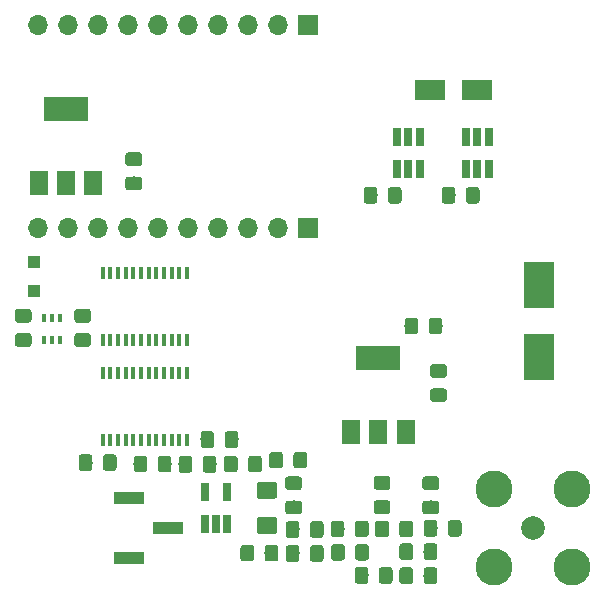
<source format=gbr>
G04 #@! TF.GenerationSoftware,KiCad,Pcbnew,(5.0.0)*
G04 #@! TF.CreationDate,2018-11-24T15:46:54-05:00*
G04 #@! TF.ProjectId,SDRRv2,5344525276322E6B696361645F706362,rev?*
G04 #@! TF.SameCoordinates,Original*
G04 #@! TF.FileFunction,Soldermask,Top*
G04 #@! TF.FilePolarity,Negative*
%FSLAX46Y46*%
G04 Gerber Fmt 4.6, Leading zero omitted, Abs format (unit mm)*
G04 Created by KiCad (PCBNEW (5.0.0)) date 11/24/18 15:46:54*
%MOMM*%
%LPD*%
G01*
G04 APERTURE LIST*
%ADD10R,2.500000X4.000000*%
%ADD11C,0.100000*%
%ADD12C,1.150000*%
%ADD13R,2.500000X1.800000*%
%ADD14R,1.000000X1.000000*%
%ADD15C,3.126000*%
%ADD16C,2.000000*%
%ADD17R,1.700000X1.700000*%
%ADD18O,1.700000X1.700000*%
%ADD19C,1.425000*%
%ADD20R,2.510000X1.000000*%
%ADD21R,0.650000X1.560000*%
%ADD22R,1.500000X2.000000*%
%ADD23R,3.800000X2.000000*%
%ADD24R,0.400000X0.650000*%
%ADD25R,0.400000X1.100000*%
G04 APERTURE END LIST*
D10*
G04 #@! TO.C,C1*
X65088085Y-164277839D03*
X65088085Y-170377839D03*
G04 #@! TD*
D11*
G04 #@! TO.C,Cc1*
G36*
X53254590Y-155961043D02*
X53278858Y-155964643D01*
X53302657Y-155970604D01*
X53325756Y-155978869D01*
X53347935Y-155989359D01*
X53368978Y-156001971D01*
X53388684Y-156016586D01*
X53406862Y-156033062D01*
X53423338Y-156051240D01*
X53437953Y-156070946D01*
X53450565Y-156091989D01*
X53461055Y-156114168D01*
X53469320Y-156137267D01*
X53475281Y-156161066D01*
X53478881Y-156185334D01*
X53480085Y-156209838D01*
X53480085Y-157109840D01*
X53478881Y-157134344D01*
X53475281Y-157158612D01*
X53469320Y-157182411D01*
X53461055Y-157205510D01*
X53450565Y-157227689D01*
X53437953Y-157248732D01*
X53423338Y-157268438D01*
X53406862Y-157286616D01*
X53388684Y-157303092D01*
X53368978Y-157317707D01*
X53347935Y-157330319D01*
X53325756Y-157340809D01*
X53302657Y-157349074D01*
X53278858Y-157355035D01*
X53254590Y-157358635D01*
X53230086Y-157359839D01*
X52580084Y-157359839D01*
X52555580Y-157358635D01*
X52531312Y-157355035D01*
X52507513Y-157349074D01*
X52484414Y-157340809D01*
X52462235Y-157330319D01*
X52441192Y-157317707D01*
X52421486Y-157303092D01*
X52403308Y-157286616D01*
X52386832Y-157268438D01*
X52372217Y-157248732D01*
X52359605Y-157227689D01*
X52349115Y-157205510D01*
X52340850Y-157182411D01*
X52334889Y-157158612D01*
X52331289Y-157134344D01*
X52330085Y-157109840D01*
X52330085Y-156209838D01*
X52331289Y-156185334D01*
X52334889Y-156161066D01*
X52340850Y-156137267D01*
X52349115Y-156114168D01*
X52359605Y-156091989D01*
X52372217Y-156070946D01*
X52386832Y-156051240D01*
X52403308Y-156033062D01*
X52421486Y-156016586D01*
X52441192Y-156001971D01*
X52462235Y-155989359D01*
X52484414Y-155978869D01*
X52507513Y-155970604D01*
X52531312Y-155964643D01*
X52555580Y-155961043D01*
X52580084Y-155959839D01*
X53230086Y-155959839D01*
X53254590Y-155961043D01*
X53254590Y-155961043D01*
G37*
D12*
X52905085Y-156659839D03*
D11*
G36*
X51204590Y-155961043D02*
X51228858Y-155964643D01*
X51252657Y-155970604D01*
X51275756Y-155978869D01*
X51297935Y-155989359D01*
X51318978Y-156001971D01*
X51338684Y-156016586D01*
X51356862Y-156033062D01*
X51373338Y-156051240D01*
X51387953Y-156070946D01*
X51400565Y-156091989D01*
X51411055Y-156114168D01*
X51419320Y-156137267D01*
X51425281Y-156161066D01*
X51428881Y-156185334D01*
X51430085Y-156209838D01*
X51430085Y-157109840D01*
X51428881Y-157134344D01*
X51425281Y-157158612D01*
X51419320Y-157182411D01*
X51411055Y-157205510D01*
X51400565Y-157227689D01*
X51387953Y-157248732D01*
X51373338Y-157268438D01*
X51356862Y-157286616D01*
X51338684Y-157303092D01*
X51318978Y-157317707D01*
X51297935Y-157330319D01*
X51275756Y-157340809D01*
X51252657Y-157349074D01*
X51228858Y-157355035D01*
X51204590Y-157358635D01*
X51180086Y-157359839D01*
X50530084Y-157359839D01*
X50505580Y-157358635D01*
X50481312Y-157355035D01*
X50457513Y-157349074D01*
X50434414Y-157340809D01*
X50412235Y-157330319D01*
X50391192Y-157317707D01*
X50371486Y-157303092D01*
X50353308Y-157286616D01*
X50336832Y-157268438D01*
X50322217Y-157248732D01*
X50309605Y-157227689D01*
X50299115Y-157205510D01*
X50290850Y-157182411D01*
X50284889Y-157158612D01*
X50281289Y-157134344D01*
X50280085Y-157109840D01*
X50280085Y-156209838D01*
X50281289Y-156185334D01*
X50284889Y-156161066D01*
X50290850Y-156137267D01*
X50299115Y-156114168D01*
X50309605Y-156091989D01*
X50322217Y-156070946D01*
X50336832Y-156051240D01*
X50353308Y-156033062D01*
X50371486Y-156016586D01*
X50391192Y-156001971D01*
X50412235Y-155989359D01*
X50434414Y-155978869D01*
X50457513Y-155970604D01*
X50481312Y-155964643D01*
X50505580Y-155961043D01*
X50530084Y-155959839D01*
X51180086Y-155959839D01*
X51204590Y-155961043D01*
X51204590Y-155961043D01*
G37*
D12*
X50855085Y-156659839D03*
G04 #@! TD*
D11*
G04 #@! TO.C,Cc4*
G36*
X58334590Y-184155043D02*
X58358858Y-184158643D01*
X58382657Y-184164604D01*
X58405756Y-184172869D01*
X58427935Y-184183359D01*
X58448978Y-184195971D01*
X58468684Y-184210586D01*
X58486862Y-184227062D01*
X58503338Y-184245240D01*
X58517953Y-184264946D01*
X58530565Y-184285989D01*
X58541055Y-184308168D01*
X58549320Y-184331267D01*
X58555281Y-184355066D01*
X58558881Y-184379334D01*
X58560085Y-184403838D01*
X58560085Y-185303840D01*
X58558881Y-185328344D01*
X58555281Y-185352612D01*
X58549320Y-185376411D01*
X58541055Y-185399510D01*
X58530565Y-185421689D01*
X58517953Y-185442732D01*
X58503338Y-185462438D01*
X58486862Y-185480616D01*
X58468684Y-185497092D01*
X58448978Y-185511707D01*
X58427935Y-185524319D01*
X58405756Y-185534809D01*
X58382657Y-185543074D01*
X58358858Y-185549035D01*
X58334590Y-185552635D01*
X58310086Y-185553839D01*
X57660084Y-185553839D01*
X57635580Y-185552635D01*
X57611312Y-185549035D01*
X57587513Y-185543074D01*
X57564414Y-185534809D01*
X57542235Y-185524319D01*
X57521192Y-185511707D01*
X57501486Y-185497092D01*
X57483308Y-185480616D01*
X57466832Y-185462438D01*
X57452217Y-185442732D01*
X57439605Y-185421689D01*
X57429115Y-185399510D01*
X57420850Y-185376411D01*
X57414889Y-185352612D01*
X57411289Y-185328344D01*
X57410085Y-185303840D01*
X57410085Y-184403838D01*
X57411289Y-184379334D01*
X57414889Y-184355066D01*
X57420850Y-184331267D01*
X57429115Y-184308168D01*
X57439605Y-184285989D01*
X57452217Y-184264946D01*
X57466832Y-184245240D01*
X57483308Y-184227062D01*
X57501486Y-184210586D01*
X57521192Y-184195971D01*
X57542235Y-184183359D01*
X57564414Y-184172869D01*
X57587513Y-184164604D01*
X57611312Y-184158643D01*
X57635580Y-184155043D01*
X57660084Y-184153839D01*
X58310086Y-184153839D01*
X58334590Y-184155043D01*
X58334590Y-184155043D01*
G37*
D12*
X57985085Y-184853839D03*
D11*
G36*
X56284590Y-184155043D02*
X56308858Y-184158643D01*
X56332657Y-184164604D01*
X56355756Y-184172869D01*
X56377935Y-184183359D01*
X56398978Y-184195971D01*
X56418684Y-184210586D01*
X56436862Y-184227062D01*
X56453338Y-184245240D01*
X56467953Y-184264946D01*
X56480565Y-184285989D01*
X56491055Y-184308168D01*
X56499320Y-184331267D01*
X56505281Y-184355066D01*
X56508881Y-184379334D01*
X56510085Y-184403838D01*
X56510085Y-185303840D01*
X56508881Y-185328344D01*
X56505281Y-185352612D01*
X56499320Y-185376411D01*
X56491055Y-185399510D01*
X56480565Y-185421689D01*
X56467953Y-185442732D01*
X56453338Y-185462438D01*
X56436862Y-185480616D01*
X56418684Y-185497092D01*
X56398978Y-185511707D01*
X56377935Y-185524319D01*
X56355756Y-185534809D01*
X56332657Y-185543074D01*
X56308858Y-185549035D01*
X56284590Y-185552635D01*
X56260086Y-185553839D01*
X55610084Y-185553839D01*
X55585580Y-185552635D01*
X55561312Y-185549035D01*
X55537513Y-185543074D01*
X55514414Y-185534809D01*
X55492235Y-185524319D01*
X55471192Y-185511707D01*
X55451486Y-185497092D01*
X55433308Y-185480616D01*
X55416832Y-185462438D01*
X55402217Y-185442732D01*
X55389605Y-185421689D01*
X55379115Y-185399510D01*
X55370850Y-185376411D01*
X55364889Y-185352612D01*
X55361289Y-185328344D01*
X55360085Y-185303840D01*
X55360085Y-184403838D01*
X55361289Y-184379334D01*
X55364889Y-184355066D01*
X55370850Y-184331267D01*
X55379115Y-184308168D01*
X55389605Y-184285989D01*
X55402217Y-184264946D01*
X55416832Y-184245240D01*
X55433308Y-184227062D01*
X55451486Y-184210586D01*
X55471192Y-184195971D01*
X55492235Y-184183359D01*
X55514414Y-184172869D01*
X55537513Y-184164604D01*
X55561312Y-184158643D01*
X55585580Y-184155043D01*
X55610084Y-184153839D01*
X56260086Y-184153839D01*
X56284590Y-184155043D01*
X56284590Y-184155043D01*
G37*
D12*
X55935085Y-184853839D03*
G04 #@! TD*
D11*
G04 #@! TO.C,Cc5*
G36*
X31272590Y-153029043D02*
X31296858Y-153032643D01*
X31320657Y-153038604D01*
X31343756Y-153046869D01*
X31365935Y-153057359D01*
X31386978Y-153069971D01*
X31406684Y-153084586D01*
X31424862Y-153101062D01*
X31441338Y-153119240D01*
X31455953Y-153138946D01*
X31468565Y-153159989D01*
X31479055Y-153182168D01*
X31487320Y-153205267D01*
X31493281Y-153229066D01*
X31496881Y-153253334D01*
X31498085Y-153277838D01*
X31498085Y-153927840D01*
X31496881Y-153952344D01*
X31493281Y-153976612D01*
X31487320Y-154000411D01*
X31479055Y-154023510D01*
X31468565Y-154045689D01*
X31455953Y-154066732D01*
X31441338Y-154086438D01*
X31424862Y-154104616D01*
X31406684Y-154121092D01*
X31386978Y-154135707D01*
X31365935Y-154148319D01*
X31343756Y-154158809D01*
X31320657Y-154167074D01*
X31296858Y-154173035D01*
X31272590Y-154176635D01*
X31248086Y-154177839D01*
X30348084Y-154177839D01*
X30323580Y-154176635D01*
X30299312Y-154173035D01*
X30275513Y-154167074D01*
X30252414Y-154158809D01*
X30230235Y-154148319D01*
X30209192Y-154135707D01*
X30189486Y-154121092D01*
X30171308Y-154104616D01*
X30154832Y-154086438D01*
X30140217Y-154066732D01*
X30127605Y-154045689D01*
X30117115Y-154023510D01*
X30108850Y-154000411D01*
X30102889Y-153976612D01*
X30099289Y-153952344D01*
X30098085Y-153927840D01*
X30098085Y-153277838D01*
X30099289Y-153253334D01*
X30102889Y-153229066D01*
X30108850Y-153205267D01*
X30117115Y-153182168D01*
X30127605Y-153159989D01*
X30140217Y-153138946D01*
X30154832Y-153119240D01*
X30171308Y-153101062D01*
X30189486Y-153084586D01*
X30209192Y-153069971D01*
X30230235Y-153057359D01*
X30252414Y-153046869D01*
X30275513Y-153038604D01*
X30299312Y-153032643D01*
X30323580Y-153029043D01*
X30348084Y-153027839D01*
X31248086Y-153027839D01*
X31272590Y-153029043D01*
X31272590Y-153029043D01*
G37*
D12*
X30798085Y-153602839D03*
D11*
G36*
X31272590Y-155079043D02*
X31296858Y-155082643D01*
X31320657Y-155088604D01*
X31343756Y-155096869D01*
X31365935Y-155107359D01*
X31386978Y-155119971D01*
X31406684Y-155134586D01*
X31424862Y-155151062D01*
X31441338Y-155169240D01*
X31455953Y-155188946D01*
X31468565Y-155209989D01*
X31479055Y-155232168D01*
X31487320Y-155255267D01*
X31493281Y-155279066D01*
X31496881Y-155303334D01*
X31498085Y-155327838D01*
X31498085Y-155977840D01*
X31496881Y-156002344D01*
X31493281Y-156026612D01*
X31487320Y-156050411D01*
X31479055Y-156073510D01*
X31468565Y-156095689D01*
X31455953Y-156116732D01*
X31441338Y-156136438D01*
X31424862Y-156154616D01*
X31406684Y-156171092D01*
X31386978Y-156185707D01*
X31365935Y-156198319D01*
X31343756Y-156208809D01*
X31320657Y-156217074D01*
X31296858Y-156223035D01*
X31272590Y-156226635D01*
X31248086Y-156227839D01*
X30348084Y-156227839D01*
X30323580Y-156226635D01*
X30299312Y-156223035D01*
X30275513Y-156217074D01*
X30252414Y-156208809D01*
X30230235Y-156198319D01*
X30209192Y-156185707D01*
X30189486Y-156171092D01*
X30171308Y-156154616D01*
X30154832Y-156136438D01*
X30140217Y-156116732D01*
X30127605Y-156095689D01*
X30117115Y-156073510D01*
X30108850Y-156050411D01*
X30102889Y-156026612D01*
X30099289Y-156002344D01*
X30098085Y-155977840D01*
X30098085Y-155327838D01*
X30099289Y-155303334D01*
X30102889Y-155279066D01*
X30108850Y-155255267D01*
X30117115Y-155232168D01*
X30127605Y-155209989D01*
X30140217Y-155188946D01*
X30154832Y-155169240D01*
X30171308Y-155151062D01*
X30189486Y-155134586D01*
X30209192Y-155119971D01*
X30230235Y-155107359D01*
X30252414Y-155096869D01*
X30275513Y-155088604D01*
X30299312Y-155082643D01*
X30323580Y-155079043D01*
X30348084Y-155077839D01*
X31248086Y-155077839D01*
X31272590Y-155079043D01*
X31272590Y-155079043D01*
G37*
D12*
X30798085Y-155652839D03*
G04 #@! TD*
D11*
G04 #@! TO.C,Cc9*
G36*
X56708990Y-167035443D02*
X56733258Y-167039043D01*
X56757057Y-167045004D01*
X56780156Y-167053269D01*
X56802335Y-167063759D01*
X56823378Y-167076371D01*
X56843084Y-167090986D01*
X56861262Y-167107462D01*
X56877738Y-167125640D01*
X56892353Y-167145346D01*
X56904965Y-167166389D01*
X56915455Y-167188568D01*
X56923720Y-167211667D01*
X56929681Y-167235466D01*
X56933281Y-167259734D01*
X56934485Y-167284238D01*
X56934485Y-168184240D01*
X56933281Y-168208744D01*
X56929681Y-168233012D01*
X56923720Y-168256811D01*
X56915455Y-168279910D01*
X56904965Y-168302089D01*
X56892353Y-168323132D01*
X56877738Y-168342838D01*
X56861262Y-168361016D01*
X56843084Y-168377492D01*
X56823378Y-168392107D01*
X56802335Y-168404719D01*
X56780156Y-168415209D01*
X56757057Y-168423474D01*
X56733258Y-168429435D01*
X56708990Y-168433035D01*
X56684486Y-168434239D01*
X56034484Y-168434239D01*
X56009980Y-168433035D01*
X55985712Y-168429435D01*
X55961913Y-168423474D01*
X55938814Y-168415209D01*
X55916635Y-168404719D01*
X55895592Y-168392107D01*
X55875886Y-168377492D01*
X55857708Y-168361016D01*
X55841232Y-168342838D01*
X55826617Y-168323132D01*
X55814005Y-168302089D01*
X55803515Y-168279910D01*
X55795250Y-168256811D01*
X55789289Y-168233012D01*
X55785689Y-168208744D01*
X55784485Y-168184240D01*
X55784485Y-167284238D01*
X55785689Y-167259734D01*
X55789289Y-167235466D01*
X55795250Y-167211667D01*
X55803515Y-167188568D01*
X55814005Y-167166389D01*
X55826617Y-167145346D01*
X55841232Y-167125640D01*
X55857708Y-167107462D01*
X55875886Y-167090986D01*
X55895592Y-167076371D01*
X55916635Y-167063759D01*
X55938814Y-167053269D01*
X55961913Y-167045004D01*
X55985712Y-167039043D01*
X56009980Y-167035443D01*
X56034484Y-167034239D01*
X56684486Y-167034239D01*
X56708990Y-167035443D01*
X56708990Y-167035443D01*
G37*
D12*
X56359485Y-167734239D03*
D11*
G36*
X54658990Y-167035443D02*
X54683258Y-167039043D01*
X54707057Y-167045004D01*
X54730156Y-167053269D01*
X54752335Y-167063759D01*
X54773378Y-167076371D01*
X54793084Y-167090986D01*
X54811262Y-167107462D01*
X54827738Y-167125640D01*
X54842353Y-167145346D01*
X54854965Y-167166389D01*
X54865455Y-167188568D01*
X54873720Y-167211667D01*
X54879681Y-167235466D01*
X54883281Y-167259734D01*
X54884485Y-167284238D01*
X54884485Y-168184240D01*
X54883281Y-168208744D01*
X54879681Y-168233012D01*
X54873720Y-168256811D01*
X54865455Y-168279910D01*
X54854965Y-168302089D01*
X54842353Y-168323132D01*
X54827738Y-168342838D01*
X54811262Y-168361016D01*
X54793084Y-168377492D01*
X54773378Y-168392107D01*
X54752335Y-168404719D01*
X54730156Y-168415209D01*
X54707057Y-168423474D01*
X54683258Y-168429435D01*
X54658990Y-168433035D01*
X54634486Y-168434239D01*
X53984484Y-168434239D01*
X53959980Y-168433035D01*
X53935712Y-168429435D01*
X53911913Y-168423474D01*
X53888814Y-168415209D01*
X53866635Y-168404719D01*
X53845592Y-168392107D01*
X53825886Y-168377492D01*
X53807708Y-168361016D01*
X53791232Y-168342838D01*
X53776617Y-168323132D01*
X53764005Y-168302089D01*
X53753515Y-168279910D01*
X53745250Y-168256811D01*
X53739289Y-168233012D01*
X53735689Y-168208744D01*
X53734485Y-168184240D01*
X53734485Y-167284238D01*
X53735689Y-167259734D01*
X53739289Y-167235466D01*
X53745250Y-167211667D01*
X53753515Y-167188568D01*
X53764005Y-167166389D01*
X53776617Y-167145346D01*
X53791232Y-167125640D01*
X53807708Y-167107462D01*
X53825886Y-167090986D01*
X53845592Y-167076371D01*
X53866635Y-167063759D01*
X53888814Y-167053269D01*
X53911913Y-167045004D01*
X53935712Y-167039043D01*
X53959980Y-167035443D01*
X53984484Y-167034239D01*
X54634486Y-167034239D01*
X54658990Y-167035443D01*
X54658990Y-167035443D01*
G37*
D12*
X54309485Y-167734239D03*
G04 #@! TD*
D11*
G04 #@! TO.C,Cc12*
G36*
X40765190Y-186263243D02*
X40789458Y-186266843D01*
X40813257Y-186272804D01*
X40836356Y-186281069D01*
X40858535Y-186291559D01*
X40879578Y-186304171D01*
X40899284Y-186318786D01*
X40917462Y-186335262D01*
X40933938Y-186353440D01*
X40948553Y-186373146D01*
X40961165Y-186394189D01*
X40971655Y-186416368D01*
X40979920Y-186439467D01*
X40985881Y-186463266D01*
X40989481Y-186487534D01*
X40990685Y-186512038D01*
X40990685Y-187412040D01*
X40989481Y-187436544D01*
X40985881Y-187460812D01*
X40979920Y-187484611D01*
X40971655Y-187507710D01*
X40961165Y-187529889D01*
X40948553Y-187550932D01*
X40933938Y-187570638D01*
X40917462Y-187588816D01*
X40899284Y-187605292D01*
X40879578Y-187619907D01*
X40858535Y-187632519D01*
X40836356Y-187643009D01*
X40813257Y-187651274D01*
X40789458Y-187657235D01*
X40765190Y-187660835D01*
X40740686Y-187662039D01*
X40090684Y-187662039D01*
X40066180Y-187660835D01*
X40041912Y-187657235D01*
X40018113Y-187651274D01*
X39995014Y-187643009D01*
X39972835Y-187632519D01*
X39951792Y-187619907D01*
X39932086Y-187605292D01*
X39913908Y-187588816D01*
X39897432Y-187570638D01*
X39882817Y-187550932D01*
X39870205Y-187529889D01*
X39859715Y-187507710D01*
X39851450Y-187484611D01*
X39845489Y-187460812D01*
X39841889Y-187436544D01*
X39840685Y-187412040D01*
X39840685Y-186512038D01*
X39841889Y-186487534D01*
X39845489Y-186463266D01*
X39851450Y-186439467D01*
X39859715Y-186416368D01*
X39870205Y-186394189D01*
X39882817Y-186373146D01*
X39897432Y-186353440D01*
X39913908Y-186335262D01*
X39932086Y-186318786D01*
X39951792Y-186304171D01*
X39972835Y-186291559D01*
X39995014Y-186281069D01*
X40018113Y-186272804D01*
X40041912Y-186266843D01*
X40066180Y-186263243D01*
X40090684Y-186262039D01*
X40740686Y-186262039D01*
X40765190Y-186263243D01*
X40765190Y-186263243D01*
G37*
D12*
X40415685Y-186962039D03*
D11*
G36*
X42815190Y-186263243D02*
X42839458Y-186266843D01*
X42863257Y-186272804D01*
X42886356Y-186281069D01*
X42908535Y-186291559D01*
X42929578Y-186304171D01*
X42949284Y-186318786D01*
X42967462Y-186335262D01*
X42983938Y-186353440D01*
X42998553Y-186373146D01*
X43011165Y-186394189D01*
X43021655Y-186416368D01*
X43029920Y-186439467D01*
X43035881Y-186463266D01*
X43039481Y-186487534D01*
X43040685Y-186512038D01*
X43040685Y-187412040D01*
X43039481Y-187436544D01*
X43035881Y-187460812D01*
X43029920Y-187484611D01*
X43021655Y-187507710D01*
X43011165Y-187529889D01*
X42998553Y-187550932D01*
X42983938Y-187570638D01*
X42967462Y-187588816D01*
X42949284Y-187605292D01*
X42929578Y-187619907D01*
X42908535Y-187632519D01*
X42886356Y-187643009D01*
X42863257Y-187651274D01*
X42839458Y-187657235D01*
X42815190Y-187660835D01*
X42790686Y-187662039D01*
X42140684Y-187662039D01*
X42116180Y-187660835D01*
X42091912Y-187657235D01*
X42068113Y-187651274D01*
X42045014Y-187643009D01*
X42022835Y-187632519D01*
X42001792Y-187619907D01*
X41982086Y-187605292D01*
X41963908Y-187588816D01*
X41947432Y-187570638D01*
X41932817Y-187550932D01*
X41920205Y-187529889D01*
X41909715Y-187507710D01*
X41901450Y-187484611D01*
X41895489Y-187460812D01*
X41891889Y-187436544D01*
X41890685Y-187412040D01*
X41890685Y-186512038D01*
X41891889Y-186487534D01*
X41895489Y-186463266D01*
X41901450Y-186439467D01*
X41909715Y-186416368D01*
X41920205Y-186394189D01*
X41932817Y-186373146D01*
X41947432Y-186353440D01*
X41963908Y-186335262D01*
X41982086Y-186318786D01*
X42001792Y-186304171D01*
X42022835Y-186291559D01*
X42045014Y-186281069D01*
X42068113Y-186272804D01*
X42091912Y-186266843D01*
X42116180Y-186263243D01*
X42140684Y-186262039D01*
X42790686Y-186262039D01*
X42815190Y-186263243D01*
X42815190Y-186263243D01*
G37*
D12*
X42465685Y-186962039D03*
G04 #@! TD*
D11*
G04 #@! TO.C,Cc13*
G36*
X45253590Y-178389243D02*
X45277858Y-178392843D01*
X45301657Y-178398804D01*
X45324756Y-178407069D01*
X45346935Y-178417559D01*
X45367978Y-178430171D01*
X45387684Y-178444786D01*
X45405862Y-178461262D01*
X45422338Y-178479440D01*
X45436953Y-178499146D01*
X45449565Y-178520189D01*
X45460055Y-178542368D01*
X45468320Y-178565467D01*
X45474281Y-178589266D01*
X45477881Y-178613534D01*
X45479085Y-178638038D01*
X45479085Y-179538040D01*
X45477881Y-179562544D01*
X45474281Y-179586812D01*
X45468320Y-179610611D01*
X45460055Y-179633710D01*
X45449565Y-179655889D01*
X45436953Y-179676932D01*
X45422338Y-179696638D01*
X45405862Y-179714816D01*
X45387684Y-179731292D01*
X45367978Y-179745907D01*
X45346935Y-179758519D01*
X45324756Y-179769009D01*
X45301657Y-179777274D01*
X45277858Y-179783235D01*
X45253590Y-179786835D01*
X45229086Y-179788039D01*
X44579084Y-179788039D01*
X44554580Y-179786835D01*
X44530312Y-179783235D01*
X44506513Y-179777274D01*
X44483414Y-179769009D01*
X44461235Y-179758519D01*
X44440192Y-179745907D01*
X44420486Y-179731292D01*
X44402308Y-179714816D01*
X44385832Y-179696638D01*
X44371217Y-179676932D01*
X44358605Y-179655889D01*
X44348115Y-179633710D01*
X44339850Y-179610611D01*
X44333889Y-179586812D01*
X44330289Y-179562544D01*
X44329085Y-179538040D01*
X44329085Y-178638038D01*
X44330289Y-178613534D01*
X44333889Y-178589266D01*
X44339850Y-178565467D01*
X44348115Y-178542368D01*
X44358605Y-178520189D01*
X44371217Y-178499146D01*
X44385832Y-178479440D01*
X44402308Y-178461262D01*
X44420486Y-178444786D01*
X44440192Y-178430171D01*
X44461235Y-178417559D01*
X44483414Y-178407069D01*
X44506513Y-178398804D01*
X44530312Y-178392843D01*
X44554580Y-178389243D01*
X44579084Y-178388039D01*
X45229086Y-178388039D01*
X45253590Y-178389243D01*
X45253590Y-178389243D01*
G37*
D12*
X44904085Y-179088039D03*
D11*
G36*
X43203590Y-178389243D02*
X43227858Y-178392843D01*
X43251657Y-178398804D01*
X43274756Y-178407069D01*
X43296935Y-178417559D01*
X43317978Y-178430171D01*
X43337684Y-178444786D01*
X43355862Y-178461262D01*
X43372338Y-178479440D01*
X43386953Y-178499146D01*
X43399565Y-178520189D01*
X43410055Y-178542368D01*
X43418320Y-178565467D01*
X43424281Y-178589266D01*
X43427881Y-178613534D01*
X43429085Y-178638038D01*
X43429085Y-179538040D01*
X43427881Y-179562544D01*
X43424281Y-179586812D01*
X43418320Y-179610611D01*
X43410055Y-179633710D01*
X43399565Y-179655889D01*
X43386953Y-179676932D01*
X43372338Y-179696638D01*
X43355862Y-179714816D01*
X43337684Y-179731292D01*
X43317978Y-179745907D01*
X43296935Y-179758519D01*
X43274756Y-179769009D01*
X43251657Y-179777274D01*
X43227858Y-179783235D01*
X43203590Y-179786835D01*
X43179086Y-179788039D01*
X42529084Y-179788039D01*
X42504580Y-179786835D01*
X42480312Y-179783235D01*
X42456513Y-179777274D01*
X42433414Y-179769009D01*
X42411235Y-179758519D01*
X42390192Y-179745907D01*
X42370486Y-179731292D01*
X42352308Y-179714816D01*
X42335832Y-179696638D01*
X42321217Y-179676932D01*
X42308605Y-179655889D01*
X42298115Y-179633710D01*
X42289850Y-179610611D01*
X42283889Y-179586812D01*
X42280289Y-179562544D01*
X42279085Y-179538040D01*
X42279085Y-178638038D01*
X42280289Y-178613534D01*
X42283889Y-178589266D01*
X42289850Y-178565467D01*
X42298115Y-178542368D01*
X42308605Y-178520189D01*
X42321217Y-178499146D01*
X42335832Y-178479440D01*
X42352308Y-178461262D01*
X42370486Y-178444786D01*
X42390192Y-178430171D01*
X42411235Y-178417559D01*
X42433414Y-178407069D01*
X42456513Y-178398804D01*
X42480312Y-178392843D01*
X42504580Y-178389243D01*
X42529084Y-178388039D01*
X43179086Y-178388039D01*
X43203590Y-178389243D01*
X43203590Y-178389243D01*
G37*
D12*
X42854085Y-179088039D03*
G04 #@! TD*
D11*
G04 #@! TO.C,Cc25*
G36*
X27074590Y-178592443D02*
X27098858Y-178596043D01*
X27122657Y-178602004D01*
X27145756Y-178610269D01*
X27167935Y-178620759D01*
X27188978Y-178633371D01*
X27208684Y-178647986D01*
X27226862Y-178664462D01*
X27243338Y-178682640D01*
X27257953Y-178702346D01*
X27270565Y-178723389D01*
X27281055Y-178745568D01*
X27289320Y-178768667D01*
X27295281Y-178792466D01*
X27298881Y-178816734D01*
X27300085Y-178841238D01*
X27300085Y-179741240D01*
X27298881Y-179765744D01*
X27295281Y-179790012D01*
X27289320Y-179813811D01*
X27281055Y-179836910D01*
X27270565Y-179859089D01*
X27257953Y-179880132D01*
X27243338Y-179899838D01*
X27226862Y-179918016D01*
X27208684Y-179934492D01*
X27188978Y-179949107D01*
X27167935Y-179961719D01*
X27145756Y-179972209D01*
X27122657Y-179980474D01*
X27098858Y-179986435D01*
X27074590Y-179990035D01*
X27050086Y-179991239D01*
X26400084Y-179991239D01*
X26375580Y-179990035D01*
X26351312Y-179986435D01*
X26327513Y-179980474D01*
X26304414Y-179972209D01*
X26282235Y-179961719D01*
X26261192Y-179949107D01*
X26241486Y-179934492D01*
X26223308Y-179918016D01*
X26206832Y-179899838D01*
X26192217Y-179880132D01*
X26179605Y-179859089D01*
X26169115Y-179836910D01*
X26160850Y-179813811D01*
X26154889Y-179790012D01*
X26151289Y-179765744D01*
X26150085Y-179741240D01*
X26150085Y-178841238D01*
X26151289Y-178816734D01*
X26154889Y-178792466D01*
X26160850Y-178768667D01*
X26169115Y-178745568D01*
X26179605Y-178723389D01*
X26192217Y-178702346D01*
X26206832Y-178682640D01*
X26223308Y-178664462D01*
X26241486Y-178647986D01*
X26261192Y-178633371D01*
X26282235Y-178620759D01*
X26304414Y-178610269D01*
X26327513Y-178602004D01*
X26351312Y-178596043D01*
X26375580Y-178592443D01*
X26400084Y-178591239D01*
X27050086Y-178591239D01*
X27074590Y-178592443D01*
X27074590Y-178592443D01*
G37*
D12*
X26725085Y-179291239D03*
D11*
G36*
X29124590Y-178592443D02*
X29148858Y-178596043D01*
X29172657Y-178602004D01*
X29195756Y-178610269D01*
X29217935Y-178620759D01*
X29238978Y-178633371D01*
X29258684Y-178647986D01*
X29276862Y-178664462D01*
X29293338Y-178682640D01*
X29307953Y-178702346D01*
X29320565Y-178723389D01*
X29331055Y-178745568D01*
X29339320Y-178768667D01*
X29345281Y-178792466D01*
X29348881Y-178816734D01*
X29350085Y-178841238D01*
X29350085Y-179741240D01*
X29348881Y-179765744D01*
X29345281Y-179790012D01*
X29339320Y-179813811D01*
X29331055Y-179836910D01*
X29320565Y-179859089D01*
X29307953Y-179880132D01*
X29293338Y-179899838D01*
X29276862Y-179918016D01*
X29258684Y-179934492D01*
X29238978Y-179949107D01*
X29217935Y-179961719D01*
X29195756Y-179972209D01*
X29172657Y-179980474D01*
X29148858Y-179986435D01*
X29124590Y-179990035D01*
X29100086Y-179991239D01*
X28450084Y-179991239D01*
X28425580Y-179990035D01*
X28401312Y-179986435D01*
X28377513Y-179980474D01*
X28354414Y-179972209D01*
X28332235Y-179961719D01*
X28311192Y-179949107D01*
X28291486Y-179934492D01*
X28273308Y-179918016D01*
X28256832Y-179899838D01*
X28242217Y-179880132D01*
X28229605Y-179859089D01*
X28219115Y-179836910D01*
X28210850Y-179813811D01*
X28204889Y-179790012D01*
X28201289Y-179765744D01*
X28200085Y-179741240D01*
X28200085Y-178841238D01*
X28201289Y-178816734D01*
X28204889Y-178792466D01*
X28210850Y-178768667D01*
X28219115Y-178745568D01*
X28229605Y-178723389D01*
X28242217Y-178702346D01*
X28256832Y-178682640D01*
X28273308Y-178664462D01*
X28291486Y-178647986D01*
X28311192Y-178633371D01*
X28332235Y-178620759D01*
X28354414Y-178610269D01*
X28377513Y-178602004D01*
X28401312Y-178596043D01*
X28425580Y-178592443D01*
X28450084Y-178591239D01*
X29100086Y-178591239D01*
X29124590Y-178592443D01*
X29124590Y-178592443D01*
G37*
D12*
X28775085Y-179291239D03*
G04 #@! TD*
D11*
G04 #@! TO.C,Cc28*
G36*
X57808590Y-155961043D02*
X57832858Y-155964643D01*
X57856657Y-155970604D01*
X57879756Y-155978869D01*
X57901935Y-155989359D01*
X57922978Y-156001971D01*
X57942684Y-156016586D01*
X57960862Y-156033062D01*
X57977338Y-156051240D01*
X57991953Y-156070946D01*
X58004565Y-156091989D01*
X58015055Y-156114168D01*
X58023320Y-156137267D01*
X58029281Y-156161066D01*
X58032881Y-156185334D01*
X58034085Y-156209838D01*
X58034085Y-157109840D01*
X58032881Y-157134344D01*
X58029281Y-157158612D01*
X58023320Y-157182411D01*
X58015055Y-157205510D01*
X58004565Y-157227689D01*
X57991953Y-157248732D01*
X57977338Y-157268438D01*
X57960862Y-157286616D01*
X57942684Y-157303092D01*
X57922978Y-157317707D01*
X57901935Y-157330319D01*
X57879756Y-157340809D01*
X57856657Y-157349074D01*
X57832858Y-157355035D01*
X57808590Y-157358635D01*
X57784086Y-157359839D01*
X57134084Y-157359839D01*
X57109580Y-157358635D01*
X57085312Y-157355035D01*
X57061513Y-157349074D01*
X57038414Y-157340809D01*
X57016235Y-157330319D01*
X56995192Y-157317707D01*
X56975486Y-157303092D01*
X56957308Y-157286616D01*
X56940832Y-157268438D01*
X56926217Y-157248732D01*
X56913605Y-157227689D01*
X56903115Y-157205510D01*
X56894850Y-157182411D01*
X56888889Y-157158612D01*
X56885289Y-157134344D01*
X56884085Y-157109840D01*
X56884085Y-156209838D01*
X56885289Y-156185334D01*
X56888889Y-156161066D01*
X56894850Y-156137267D01*
X56903115Y-156114168D01*
X56913605Y-156091989D01*
X56926217Y-156070946D01*
X56940832Y-156051240D01*
X56957308Y-156033062D01*
X56975486Y-156016586D01*
X56995192Y-156001971D01*
X57016235Y-155989359D01*
X57038414Y-155978869D01*
X57061513Y-155970604D01*
X57085312Y-155964643D01*
X57109580Y-155961043D01*
X57134084Y-155959839D01*
X57784086Y-155959839D01*
X57808590Y-155961043D01*
X57808590Y-155961043D01*
G37*
D12*
X57459085Y-156659839D03*
D11*
G36*
X59858590Y-155961043D02*
X59882858Y-155964643D01*
X59906657Y-155970604D01*
X59929756Y-155978869D01*
X59951935Y-155989359D01*
X59972978Y-156001971D01*
X59992684Y-156016586D01*
X60010862Y-156033062D01*
X60027338Y-156051240D01*
X60041953Y-156070946D01*
X60054565Y-156091989D01*
X60065055Y-156114168D01*
X60073320Y-156137267D01*
X60079281Y-156161066D01*
X60082881Y-156185334D01*
X60084085Y-156209838D01*
X60084085Y-157109840D01*
X60082881Y-157134344D01*
X60079281Y-157158612D01*
X60073320Y-157182411D01*
X60065055Y-157205510D01*
X60054565Y-157227689D01*
X60041953Y-157248732D01*
X60027338Y-157268438D01*
X60010862Y-157286616D01*
X59992684Y-157303092D01*
X59972978Y-157317707D01*
X59951935Y-157330319D01*
X59929756Y-157340809D01*
X59906657Y-157349074D01*
X59882858Y-157355035D01*
X59858590Y-157358635D01*
X59834086Y-157359839D01*
X59184084Y-157359839D01*
X59159580Y-157358635D01*
X59135312Y-157355035D01*
X59111513Y-157349074D01*
X59088414Y-157340809D01*
X59066235Y-157330319D01*
X59045192Y-157317707D01*
X59025486Y-157303092D01*
X59007308Y-157286616D01*
X58990832Y-157268438D01*
X58976217Y-157248732D01*
X58963605Y-157227689D01*
X58953115Y-157205510D01*
X58944850Y-157182411D01*
X58938889Y-157158612D01*
X58935289Y-157134344D01*
X58934085Y-157109840D01*
X58934085Y-156209838D01*
X58935289Y-156185334D01*
X58938889Y-156161066D01*
X58944850Y-156137267D01*
X58953115Y-156114168D01*
X58963605Y-156091989D01*
X58976217Y-156070946D01*
X58990832Y-156051240D01*
X59007308Y-156033062D01*
X59025486Y-156016586D01*
X59045192Y-156001971D01*
X59066235Y-155989359D01*
X59088414Y-155978869D01*
X59111513Y-155970604D01*
X59135312Y-155964643D01*
X59159580Y-155961043D01*
X59184084Y-155959839D01*
X59834086Y-155959839D01*
X59858590Y-155961043D01*
X59858590Y-155961043D01*
G37*
D12*
X59509085Y-156659839D03*
G04 #@! TD*
D11*
G04 #@! TO.C,Cf1*
G36*
X56418590Y-182511043D02*
X56442858Y-182514643D01*
X56466657Y-182520604D01*
X56489756Y-182528869D01*
X56511935Y-182539359D01*
X56532978Y-182551971D01*
X56552684Y-182566586D01*
X56570862Y-182583062D01*
X56587338Y-182601240D01*
X56601953Y-182620946D01*
X56614565Y-182641989D01*
X56625055Y-182664168D01*
X56633320Y-182687267D01*
X56639281Y-182711066D01*
X56642881Y-182735334D01*
X56644085Y-182759838D01*
X56644085Y-183409840D01*
X56642881Y-183434344D01*
X56639281Y-183458612D01*
X56633320Y-183482411D01*
X56625055Y-183505510D01*
X56614565Y-183527689D01*
X56601953Y-183548732D01*
X56587338Y-183568438D01*
X56570862Y-183586616D01*
X56552684Y-183603092D01*
X56532978Y-183617707D01*
X56511935Y-183630319D01*
X56489756Y-183640809D01*
X56466657Y-183649074D01*
X56442858Y-183655035D01*
X56418590Y-183658635D01*
X56394086Y-183659839D01*
X55494084Y-183659839D01*
X55469580Y-183658635D01*
X55445312Y-183655035D01*
X55421513Y-183649074D01*
X55398414Y-183640809D01*
X55376235Y-183630319D01*
X55355192Y-183617707D01*
X55335486Y-183603092D01*
X55317308Y-183586616D01*
X55300832Y-183568438D01*
X55286217Y-183548732D01*
X55273605Y-183527689D01*
X55263115Y-183505510D01*
X55254850Y-183482411D01*
X55248889Y-183458612D01*
X55245289Y-183434344D01*
X55244085Y-183409840D01*
X55244085Y-182759838D01*
X55245289Y-182735334D01*
X55248889Y-182711066D01*
X55254850Y-182687267D01*
X55263115Y-182664168D01*
X55273605Y-182641989D01*
X55286217Y-182620946D01*
X55300832Y-182601240D01*
X55317308Y-182583062D01*
X55335486Y-182566586D01*
X55355192Y-182551971D01*
X55376235Y-182539359D01*
X55398414Y-182528869D01*
X55421513Y-182520604D01*
X55445312Y-182514643D01*
X55469580Y-182511043D01*
X55494084Y-182509839D01*
X56394086Y-182509839D01*
X56418590Y-182511043D01*
X56418590Y-182511043D01*
G37*
D12*
X55944085Y-183084839D03*
D11*
G36*
X56418590Y-180461043D02*
X56442858Y-180464643D01*
X56466657Y-180470604D01*
X56489756Y-180478869D01*
X56511935Y-180489359D01*
X56532978Y-180501971D01*
X56552684Y-180516586D01*
X56570862Y-180533062D01*
X56587338Y-180551240D01*
X56601953Y-180570946D01*
X56614565Y-180591989D01*
X56625055Y-180614168D01*
X56633320Y-180637267D01*
X56639281Y-180661066D01*
X56642881Y-180685334D01*
X56644085Y-180709838D01*
X56644085Y-181359840D01*
X56642881Y-181384344D01*
X56639281Y-181408612D01*
X56633320Y-181432411D01*
X56625055Y-181455510D01*
X56614565Y-181477689D01*
X56601953Y-181498732D01*
X56587338Y-181518438D01*
X56570862Y-181536616D01*
X56552684Y-181553092D01*
X56532978Y-181567707D01*
X56511935Y-181580319D01*
X56489756Y-181590809D01*
X56466657Y-181599074D01*
X56442858Y-181605035D01*
X56418590Y-181608635D01*
X56394086Y-181609839D01*
X55494084Y-181609839D01*
X55469580Y-181608635D01*
X55445312Y-181605035D01*
X55421513Y-181599074D01*
X55398414Y-181590809D01*
X55376235Y-181580319D01*
X55355192Y-181567707D01*
X55335486Y-181553092D01*
X55317308Y-181536616D01*
X55300832Y-181518438D01*
X55286217Y-181498732D01*
X55273605Y-181477689D01*
X55263115Y-181455510D01*
X55254850Y-181432411D01*
X55248889Y-181408612D01*
X55245289Y-181384344D01*
X55244085Y-181359840D01*
X55244085Y-180709838D01*
X55245289Y-180685334D01*
X55248889Y-180661066D01*
X55254850Y-180637267D01*
X55263115Y-180614168D01*
X55273605Y-180591989D01*
X55286217Y-180570946D01*
X55300832Y-180551240D01*
X55317308Y-180533062D01*
X55335486Y-180516586D01*
X55355192Y-180501971D01*
X55376235Y-180489359D01*
X55398414Y-180478869D01*
X55421513Y-180470604D01*
X55445312Y-180464643D01*
X55469580Y-180461043D01*
X55494084Y-180459839D01*
X56394086Y-180459839D01*
X56418590Y-180461043D01*
X56418590Y-180461043D01*
G37*
D12*
X55944085Y-181034839D03*
G04 #@! TD*
D11*
G04 #@! TO.C,Cf2*
G36*
X50442590Y-188142843D02*
X50466858Y-188146443D01*
X50490657Y-188152404D01*
X50513756Y-188160669D01*
X50535935Y-188171159D01*
X50556978Y-188183771D01*
X50576684Y-188198386D01*
X50594862Y-188214862D01*
X50611338Y-188233040D01*
X50625953Y-188252746D01*
X50638565Y-188273789D01*
X50649055Y-188295968D01*
X50657320Y-188319067D01*
X50663281Y-188342866D01*
X50666881Y-188367134D01*
X50668085Y-188391638D01*
X50668085Y-189291640D01*
X50666881Y-189316144D01*
X50663281Y-189340412D01*
X50657320Y-189364211D01*
X50649055Y-189387310D01*
X50638565Y-189409489D01*
X50625953Y-189430532D01*
X50611338Y-189450238D01*
X50594862Y-189468416D01*
X50576684Y-189484892D01*
X50556978Y-189499507D01*
X50535935Y-189512119D01*
X50513756Y-189522609D01*
X50490657Y-189530874D01*
X50466858Y-189536835D01*
X50442590Y-189540435D01*
X50418086Y-189541639D01*
X49768084Y-189541639D01*
X49743580Y-189540435D01*
X49719312Y-189536835D01*
X49695513Y-189530874D01*
X49672414Y-189522609D01*
X49650235Y-189512119D01*
X49629192Y-189499507D01*
X49609486Y-189484892D01*
X49591308Y-189468416D01*
X49574832Y-189450238D01*
X49560217Y-189430532D01*
X49547605Y-189409489D01*
X49537115Y-189387310D01*
X49528850Y-189364211D01*
X49522889Y-189340412D01*
X49519289Y-189316144D01*
X49518085Y-189291640D01*
X49518085Y-188391638D01*
X49519289Y-188367134D01*
X49522889Y-188342866D01*
X49528850Y-188319067D01*
X49537115Y-188295968D01*
X49547605Y-188273789D01*
X49560217Y-188252746D01*
X49574832Y-188233040D01*
X49591308Y-188214862D01*
X49609486Y-188198386D01*
X49629192Y-188183771D01*
X49650235Y-188171159D01*
X49672414Y-188160669D01*
X49695513Y-188152404D01*
X49719312Y-188146443D01*
X49743580Y-188142843D01*
X49768084Y-188141639D01*
X50418086Y-188141639D01*
X50442590Y-188142843D01*
X50442590Y-188142843D01*
G37*
D12*
X50093085Y-188841639D03*
D11*
G36*
X52492590Y-188142843D02*
X52516858Y-188146443D01*
X52540657Y-188152404D01*
X52563756Y-188160669D01*
X52585935Y-188171159D01*
X52606978Y-188183771D01*
X52626684Y-188198386D01*
X52644862Y-188214862D01*
X52661338Y-188233040D01*
X52675953Y-188252746D01*
X52688565Y-188273789D01*
X52699055Y-188295968D01*
X52707320Y-188319067D01*
X52713281Y-188342866D01*
X52716881Y-188367134D01*
X52718085Y-188391638D01*
X52718085Y-189291640D01*
X52716881Y-189316144D01*
X52713281Y-189340412D01*
X52707320Y-189364211D01*
X52699055Y-189387310D01*
X52688565Y-189409489D01*
X52675953Y-189430532D01*
X52661338Y-189450238D01*
X52644862Y-189468416D01*
X52626684Y-189484892D01*
X52606978Y-189499507D01*
X52585935Y-189512119D01*
X52563756Y-189522609D01*
X52540657Y-189530874D01*
X52516858Y-189536835D01*
X52492590Y-189540435D01*
X52468086Y-189541639D01*
X51818084Y-189541639D01*
X51793580Y-189540435D01*
X51769312Y-189536835D01*
X51745513Y-189530874D01*
X51722414Y-189522609D01*
X51700235Y-189512119D01*
X51679192Y-189499507D01*
X51659486Y-189484892D01*
X51641308Y-189468416D01*
X51624832Y-189450238D01*
X51610217Y-189430532D01*
X51597605Y-189409489D01*
X51587115Y-189387310D01*
X51578850Y-189364211D01*
X51572889Y-189340412D01*
X51569289Y-189316144D01*
X51568085Y-189291640D01*
X51568085Y-188391638D01*
X51569289Y-188367134D01*
X51572889Y-188342866D01*
X51578850Y-188319067D01*
X51587115Y-188295968D01*
X51597605Y-188273789D01*
X51610217Y-188252746D01*
X51624832Y-188233040D01*
X51641308Y-188214862D01*
X51659486Y-188198386D01*
X51679192Y-188183771D01*
X51700235Y-188171159D01*
X51722414Y-188160669D01*
X51745513Y-188152404D01*
X51769312Y-188146443D01*
X51793580Y-188142843D01*
X51818084Y-188141639D01*
X52468086Y-188141639D01*
X52492590Y-188142843D01*
X52492590Y-188142843D01*
G37*
D12*
X52143085Y-188841639D03*
G04 #@! TD*
D11*
G04 #@! TO.C,Cf3*
G36*
X52303790Y-180435643D02*
X52328058Y-180439243D01*
X52351857Y-180445204D01*
X52374956Y-180453469D01*
X52397135Y-180463959D01*
X52418178Y-180476571D01*
X52437884Y-180491186D01*
X52456062Y-180507662D01*
X52472538Y-180525840D01*
X52487153Y-180545546D01*
X52499765Y-180566589D01*
X52510255Y-180588768D01*
X52518520Y-180611867D01*
X52524481Y-180635666D01*
X52528081Y-180659934D01*
X52529285Y-180684438D01*
X52529285Y-181334440D01*
X52528081Y-181358944D01*
X52524481Y-181383212D01*
X52518520Y-181407011D01*
X52510255Y-181430110D01*
X52499765Y-181452289D01*
X52487153Y-181473332D01*
X52472538Y-181493038D01*
X52456062Y-181511216D01*
X52437884Y-181527692D01*
X52418178Y-181542307D01*
X52397135Y-181554919D01*
X52374956Y-181565409D01*
X52351857Y-181573674D01*
X52328058Y-181579635D01*
X52303790Y-181583235D01*
X52279286Y-181584439D01*
X51379284Y-181584439D01*
X51354780Y-181583235D01*
X51330512Y-181579635D01*
X51306713Y-181573674D01*
X51283614Y-181565409D01*
X51261435Y-181554919D01*
X51240392Y-181542307D01*
X51220686Y-181527692D01*
X51202508Y-181511216D01*
X51186032Y-181493038D01*
X51171417Y-181473332D01*
X51158805Y-181452289D01*
X51148315Y-181430110D01*
X51140050Y-181407011D01*
X51134089Y-181383212D01*
X51130489Y-181358944D01*
X51129285Y-181334440D01*
X51129285Y-180684438D01*
X51130489Y-180659934D01*
X51134089Y-180635666D01*
X51140050Y-180611867D01*
X51148315Y-180588768D01*
X51158805Y-180566589D01*
X51171417Y-180545546D01*
X51186032Y-180525840D01*
X51202508Y-180507662D01*
X51220686Y-180491186D01*
X51240392Y-180476571D01*
X51261435Y-180463959D01*
X51283614Y-180453469D01*
X51306713Y-180445204D01*
X51330512Y-180439243D01*
X51354780Y-180435643D01*
X51379284Y-180434439D01*
X52279286Y-180434439D01*
X52303790Y-180435643D01*
X52303790Y-180435643D01*
G37*
D12*
X51829285Y-181009439D03*
D11*
G36*
X52303790Y-182485643D02*
X52328058Y-182489243D01*
X52351857Y-182495204D01*
X52374956Y-182503469D01*
X52397135Y-182513959D01*
X52418178Y-182526571D01*
X52437884Y-182541186D01*
X52456062Y-182557662D01*
X52472538Y-182575840D01*
X52487153Y-182595546D01*
X52499765Y-182616589D01*
X52510255Y-182638768D01*
X52518520Y-182661867D01*
X52524481Y-182685666D01*
X52528081Y-182709934D01*
X52529285Y-182734438D01*
X52529285Y-183384440D01*
X52528081Y-183408944D01*
X52524481Y-183433212D01*
X52518520Y-183457011D01*
X52510255Y-183480110D01*
X52499765Y-183502289D01*
X52487153Y-183523332D01*
X52472538Y-183543038D01*
X52456062Y-183561216D01*
X52437884Y-183577692D01*
X52418178Y-183592307D01*
X52397135Y-183604919D01*
X52374956Y-183615409D01*
X52351857Y-183623674D01*
X52328058Y-183629635D01*
X52303790Y-183633235D01*
X52279286Y-183634439D01*
X51379284Y-183634439D01*
X51354780Y-183633235D01*
X51330512Y-183629635D01*
X51306713Y-183623674D01*
X51283614Y-183615409D01*
X51261435Y-183604919D01*
X51240392Y-183592307D01*
X51220686Y-183577692D01*
X51202508Y-183561216D01*
X51186032Y-183543038D01*
X51171417Y-183523332D01*
X51158805Y-183502289D01*
X51148315Y-183480110D01*
X51140050Y-183457011D01*
X51134089Y-183433212D01*
X51130489Y-183408944D01*
X51129285Y-183384440D01*
X51129285Y-182734438D01*
X51130489Y-182709934D01*
X51134089Y-182685666D01*
X51140050Y-182661867D01*
X51148315Y-182638768D01*
X51158805Y-182616589D01*
X51171417Y-182595546D01*
X51186032Y-182575840D01*
X51202508Y-182557662D01*
X51220686Y-182541186D01*
X51240392Y-182526571D01*
X51261435Y-182513959D01*
X51283614Y-182503469D01*
X51306713Y-182495204D01*
X51330512Y-182489243D01*
X51354780Y-182485643D01*
X51379284Y-182484439D01*
X52279286Y-182484439D01*
X52303790Y-182485643D01*
X52303790Y-182485643D01*
G37*
D12*
X51829285Y-183059439D03*
G04 #@! TD*
D11*
G04 #@! TO.C,Cf4*
G36*
X48435990Y-186187043D02*
X48460258Y-186190643D01*
X48484057Y-186196604D01*
X48507156Y-186204869D01*
X48529335Y-186215359D01*
X48550378Y-186227971D01*
X48570084Y-186242586D01*
X48588262Y-186259062D01*
X48604738Y-186277240D01*
X48619353Y-186296946D01*
X48631965Y-186317989D01*
X48642455Y-186340168D01*
X48650720Y-186363267D01*
X48656681Y-186387066D01*
X48660281Y-186411334D01*
X48661485Y-186435838D01*
X48661485Y-187335840D01*
X48660281Y-187360344D01*
X48656681Y-187384612D01*
X48650720Y-187408411D01*
X48642455Y-187431510D01*
X48631965Y-187453689D01*
X48619353Y-187474732D01*
X48604738Y-187494438D01*
X48588262Y-187512616D01*
X48570084Y-187529092D01*
X48550378Y-187543707D01*
X48529335Y-187556319D01*
X48507156Y-187566809D01*
X48484057Y-187575074D01*
X48460258Y-187581035D01*
X48435990Y-187584635D01*
X48411486Y-187585839D01*
X47761484Y-187585839D01*
X47736980Y-187584635D01*
X47712712Y-187581035D01*
X47688913Y-187575074D01*
X47665814Y-187566809D01*
X47643635Y-187556319D01*
X47622592Y-187543707D01*
X47602886Y-187529092D01*
X47584708Y-187512616D01*
X47568232Y-187494438D01*
X47553617Y-187474732D01*
X47541005Y-187453689D01*
X47530515Y-187431510D01*
X47522250Y-187408411D01*
X47516289Y-187384612D01*
X47512689Y-187360344D01*
X47511485Y-187335840D01*
X47511485Y-186435838D01*
X47512689Y-186411334D01*
X47516289Y-186387066D01*
X47522250Y-186363267D01*
X47530515Y-186340168D01*
X47541005Y-186317989D01*
X47553617Y-186296946D01*
X47568232Y-186277240D01*
X47584708Y-186259062D01*
X47602886Y-186242586D01*
X47622592Y-186227971D01*
X47643635Y-186215359D01*
X47665814Y-186204869D01*
X47688913Y-186196604D01*
X47712712Y-186190643D01*
X47736980Y-186187043D01*
X47761484Y-186185839D01*
X48411486Y-186185839D01*
X48435990Y-186187043D01*
X48435990Y-186187043D01*
G37*
D12*
X48086485Y-186885839D03*
D11*
G36*
X50485990Y-186187043D02*
X50510258Y-186190643D01*
X50534057Y-186196604D01*
X50557156Y-186204869D01*
X50579335Y-186215359D01*
X50600378Y-186227971D01*
X50620084Y-186242586D01*
X50638262Y-186259062D01*
X50654738Y-186277240D01*
X50669353Y-186296946D01*
X50681965Y-186317989D01*
X50692455Y-186340168D01*
X50700720Y-186363267D01*
X50706681Y-186387066D01*
X50710281Y-186411334D01*
X50711485Y-186435838D01*
X50711485Y-187335840D01*
X50710281Y-187360344D01*
X50706681Y-187384612D01*
X50700720Y-187408411D01*
X50692455Y-187431510D01*
X50681965Y-187453689D01*
X50669353Y-187474732D01*
X50654738Y-187494438D01*
X50638262Y-187512616D01*
X50620084Y-187529092D01*
X50600378Y-187543707D01*
X50579335Y-187556319D01*
X50557156Y-187566809D01*
X50534057Y-187575074D01*
X50510258Y-187581035D01*
X50485990Y-187584635D01*
X50461486Y-187585839D01*
X49811484Y-187585839D01*
X49786980Y-187584635D01*
X49762712Y-187581035D01*
X49738913Y-187575074D01*
X49715814Y-187566809D01*
X49693635Y-187556319D01*
X49672592Y-187543707D01*
X49652886Y-187529092D01*
X49634708Y-187512616D01*
X49618232Y-187494438D01*
X49603617Y-187474732D01*
X49591005Y-187453689D01*
X49580515Y-187431510D01*
X49572250Y-187408411D01*
X49566289Y-187384612D01*
X49562689Y-187360344D01*
X49561485Y-187335840D01*
X49561485Y-186435838D01*
X49562689Y-186411334D01*
X49566289Y-186387066D01*
X49572250Y-186363267D01*
X49580515Y-186340168D01*
X49591005Y-186317989D01*
X49603617Y-186296946D01*
X49618232Y-186277240D01*
X49634708Y-186259062D01*
X49652886Y-186242586D01*
X49672592Y-186227971D01*
X49693635Y-186215359D01*
X49715814Y-186204869D01*
X49738913Y-186196604D01*
X49762712Y-186190643D01*
X49786980Y-186187043D01*
X49811484Y-186185839D01*
X50461486Y-186185839D01*
X50485990Y-186187043D01*
X50485990Y-186187043D01*
G37*
D12*
X50136485Y-186885839D03*
G04 #@! TD*
D11*
G04 #@! TO.C,Cf5*
G36*
X44810790Y-180461043D02*
X44835058Y-180464643D01*
X44858857Y-180470604D01*
X44881956Y-180478869D01*
X44904135Y-180489359D01*
X44925178Y-180501971D01*
X44944884Y-180516586D01*
X44963062Y-180533062D01*
X44979538Y-180551240D01*
X44994153Y-180570946D01*
X45006765Y-180591989D01*
X45017255Y-180614168D01*
X45025520Y-180637267D01*
X45031481Y-180661066D01*
X45035081Y-180685334D01*
X45036285Y-180709838D01*
X45036285Y-181359840D01*
X45035081Y-181384344D01*
X45031481Y-181408612D01*
X45025520Y-181432411D01*
X45017255Y-181455510D01*
X45006765Y-181477689D01*
X44994153Y-181498732D01*
X44979538Y-181518438D01*
X44963062Y-181536616D01*
X44944884Y-181553092D01*
X44925178Y-181567707D01*
X44904135Y-181580319D01*
X44881956Y-181590809D01*
X44858857Y-181599074D01*
X44835058Y-181605035D01*
X44810790Y-181608635D01*
X44786286Y-181609839D01*
X43886284Y-181609839D01*
X43861780Y-181608635D01*
X43837512Y-181605035D01*
X43813713Y-181599074D01*
X43790614Y-181590809D01*
X43768435Y-181580319D01*
X43747392Y-181567707D01*
X43727686Y-181553092D01*
X43709508Y-181536616D01*
X43693032Y-181518438D01*
X43678417Y-181498732D01*
X43665805Y-181477689D01*
X43655315Y-181455510D01*
X43647050Y-181432411D01*
X43641089Y-181408612D01*
X43637489Y-181384344D01*
X43636285Y-181359840D01*
X43636285Y-180709838D01*
X43637489Y-180685334D01*
X43641089Y-180661066D01*
X43647050Y-180637267D01*
X43655315Y-180614168D01*
X43665805Y-180591989D01*
X43678417Y-180570946D01*
X43693032Y-180551240D01*
X43709508Y-180533062D01*
X43727686Y-180516586D01*
X43747392Y-180501971D01*
X43768435Y-180489359D01*
X43790614Y-180478869D01*
X43813713Y-180470604D01*
X43837512Y-180464643D01*
X43861780Y-180461043D01*
X43886284Y-180459839D01*
X44786286Y-180459839D01*
X44810790Y-180461043D01*
X44810790Y-180461043D01*
G37*
D12*
X44336285Y-181034839D03*
D11*
G36*
X44810790Y-182511043D02*
X44835058Y-182514643D01*
X44858857Y-182520604D01*
X44881956Y-182528869D01*
X44904135Y-182539359D01*
X44925178Y-182551971D01*
X44944884Y-182566586D01*
X44963062Y-182583062D01*
X44979538Y-182601240D01*
X44994153Y-182620946D01*
X45006765Y-182641989D01*
X45017255Y-182664168D01*
X45025520Y-182687267D01*
X45031481Y-182711066D01*
X45035081Y-182735334D01*
X45036285Y-182759838D01*
X45036285Y-183409840D01*
X45035081Y-183434344D01*
X45031481Y-183458612D01*
X45025520Y-183482411D01*
X45017255Y-183505510D01*
X45006765Y-183527689D01*
X44994153Y-183548732D01*
X44979538Y-183568438D01*
X44963062Y-183586616D01*
X44944884Y-183603092D01*
X44925178Y-183617707D01*
X44904135Y-183630319D01*
X44881956Y-183640809D01*
X44858857Y-183649074D01*
X44835058Y-183655035D01*
X44810790Y-183658635D01*
X44786286Y-183659839D01*
X43886284Y-183659839D01*
X43861780Y-183658635D01*
X43837512Y-183655035D01*
X43813713Y-183649074D01*
X43790614Y-183640809D01*
X43768435Y-183630319D01*
X43747392Y-183617707D01*
X43727686Y-183603092D01*
X43709508Y-183586616D01*
X43693032Y-183568438D01*
X43678417Y-183548732D01*
X43665805Y-183527689D01*
X43655315Y-183505510D01*
X43647050Y-183482411D01*
X43641089Y-183458612D01*
X43637489Y-183434344D01*
X43636285Y-183409840D01*
X43636285Y-182759838D01*
X43637489Y-182735334D01*
X43641089Y-182711066D01*
X43647050Y-182687267D01*
X43655315Y-182664168D01*
X43665805Y-182641989D01*
X43678417Y-182620946D01*
X43693032Y-182601240D01*
X43709508Y-182583062D01*
X43727686Y-182566586D01*
X43747392Y-182551971D01*
X43768435Y-182539359D01*
X43790614Y-182528869D01*
X43813713Y-182520604D01*
X43837512Y-182514643D01*
X43861780Y-182511043D01*
X43886284Y-182509839D01*
X44786286Y-182509839D01*
X44810790Y-182511043D01*
X44810790Y-182511043D01*
G37*
D12*
X44336285Y-183084839D03*
G04 #@! TD*
D11*
G04 #@! TO.C,Cin1*
G36*
X33773195Y-178719441D02*
X33797420Y-178723034D01*
X33821176Y-178728985D01*
X33844234Y-178737235D01*
X33866372Y-178747706D01*
X33887378Y-178760296D01*
X33907048Y-178774884D01*
X33925193Y-178791331D01*
X33941640Y-178809476D01*
X33956228Y-178829146D01*
X33968818Y-178850152D01*
X33979289Y-178872290D01*
X33987539Y-178895348D01*
X33993490Y-178919104D01*
X33997083Y-178943329D01*
X33998285Y-178967789D01*
X33998285Y-179868689D01*
X33997083Y-179893149D01*
X33993490Y-179917374D01*
X33987539Y-179941130D01*
X33979289Y-179964188D01*
X33968818Y-179986326D01*
X33956228Y-180007332D01*
X33941640Y-180027002D01*
X33925193Y-180045147D01*
X33907048Y-180061594D01*
X33887378Y-180076182D01*
X33866372Y-180088772D01*
X33844234Y-180099243D01*
X33821176Y-180107493D01*
X33797420Y-180113444D01*
X33773195Y-180117037D01*
X33748735Y-180118239D01*
X33097835Y-180118239D01*
X33073375Y-180117037D01*
X33049150Y-180113444D01*
X33025394Y-180107493D01*
X33002336Y-180099243D01*
X32980198Y-180088772D01*
X32959192Y-180076182D01*
X32939522Y-180061594D01*
X32921377Y-180045147D01*
X32904930Y-180027002D01*
X32890342Y-180007332D01*
X32877752Y-179986326D01*
X32867281Y-179964188D01*
X32859031Y-179941130D01*
X32853080Y-179917374D01*
X32849487Y-179893149D01*
X32848285Y-179868689D01*
X32848285Y-178967789D01*
X32849487Y-178943329D01*
X32853080Y-178919104D01*
X32859031Y-178895348D01*
X32867281Y-178872290D01*
X32877752Y-178850152D01*
X32890342Y-178829146D01*
X32904930Y-178809476D01*
X32921377Y-178791331D01*
X32939522Y-178774884D01*
X32959192Y-178760296D01*
X32980198Y-178747706D01*
X33002336Y-178737235D01*
X33025394Y-178728985D01*
X33049150Y-178723034D01*
X33073375Y-178719441D01*
X33097835Y-178718239D01*
X33748735Y-178718239D01*
X33773195Y-178719441D01*
X33773195Y-178719441D01*
G37*
D12*
X33423285Y-179418239D03*
D11*
G36*
X31722790Y-178719443D02*
X31747058Y-178723043D01*
X31770857Y-178729004D01*
X31793956Y-178737269D01*
X31816135Y-178747759D01*
X31837178Y-178760371D01*
X31856884Y-178774986D01*
X31875062Y-178791462D01*
X31891538Y-178809640D01*
X31906153Y-178829346D01*
X31918765Y-178850389D01*
X31929255Y-178872568D01*
X31937520Y-178895667D01*
X31943481Y-178919466D01*
X31947081Y-178943734D01*
X31948285Y-178968238D01*
X31948285Y-179868240D01*
X31947081Y-179892744D01*
X31943481Y-179917012D01*
X31937520Y-179940811D01*
X31929255Y-179963910D01*
X31918765Y-179986089D01*
X31906153Y-180007132D01*
X31891538Y-180026838D01*
X31875062Y-180045016D01*
X31856884Y-180061492D01*
X31837178Y-180076107D01*
X31816135Y-180088719D01*
X31793956Y-180099209D01*
X31770857Y-180107474D01*
X31747058Y-180113435D01*
X31722790Y-180117035D01*
X31698286Y-180118239D01*
X31048284Y-180118239D01*
X31023780Y-180117035D01*
X30999512Y-180113435D01*
X30975713Y-180107474D01*
X30952614Y-180099209D01*
X30930435Y-180088719D01*
X30909392Y-180076107D01*
X30889686Y-180061492D01*
X30871508Y-180045016D01*
X30855032Y-180026838D01*
X30840417Y-180007132D01*
X30827805Y-179986089D01*
X30817315Y-179963910D01*
X30809050Y-179940811D01*
X30803089Y-179917012D01*
X30799489Y-179892744D01*
X30798285Y-179868240D01*
X30798285Y-178968238D01*
X30799489Y-178943734D01*
X30803089Y-178919466D01*
X30809050Y-178895667D01*
X30817315Y-178872568D01*
X30827805Y-178850389D01*
X30840417Y-178829346D01*
X30855032Y-178809640D01*
X30871508Y-178791462D01*
X30889686Y-178774986D01*
X30909392Y-178760371D01*
X30930435Y-178747759D01*
X30952614Y-178737269D01*
X30975713Y-178729004D01*
X30999512Y-178723043D01*
X31023780Y-178719443D01*
X31048284Y-178718239D01*
X31698286Y-178718239D01*
X31722790Y-178719443D01*
X31722790Y-178719443D01*
G37*
D12*
X31373285Y-179418239D03*
G04 #@! TD*
D13*
G04 #@! TO.C,D1*
X55874485Y-147769839D03*
X59874485Y-147769839D03*
G04 #@! TD*
D14*
G04 #@! TO.C,D2*
X22365285Y-162267839D03*
X22365285Y-164767839D03*
G04 #@! TD*
D15*
G04 #@! TO.C,J1*
X61280085Y-188153839D03*
X61280085Y-181553839D03*
X67880085Y-181553839D03*
X67880085Y-188153839D03*
D16*
X64580085Y-184853839D03*
G04 #@! TD*
D17*
G04 #@! TO.C,J2*
X45530085Y-142203039D03*
D18*
X42990085Y-142203039D03*
X40450085Y-142203039D03*
X37910085Y-142203039D03*
X35370085Y-142203039D03*
X32830085Y-142203039D03*
X30290085Y-142203039D03*
X27750085Y-142203039D03*
X25210085Y-142203039D03*
X22670085Y-142203039D03*
G04 #@! TD*
G04 #@! TO.C,J3*
X22670085Y-159453839D03*
X25210085Y-159453839D03*
X27750085Y-159453839D03*
X30290085Y-159453839D03*
X32830085Y-159453839D03*
X35370085Y-159453839D03*
X37910085Y-159453839D03*
X40450085Y-159453839D03*
X42990085Y-159453839D03*
D17*
X45530085Y-159453839D03*
G04 #@! TD*
D11*
G04 #@! TO.C,L1*
G36*
X54227190Y-186136243D02*
X54251458Y-186139843D01*
X54275257Y-186145804D01*
X54298356Y-186154069D01*
X54320535Y-186164559D01*
X54341578Y-186177171D01*
X54361284Y-186191786D01*
X54379462Y-186208262D01*
X54395938Y-186226440D01*
X54410553Y-186246146D01*
X54423165Y-186267189D01*
X54433655Y-186289368D01*
X54441920Y-186312467D01*
X54447881Y-186336266D01*
X54451481Y-186360534D01*
X54452685Y-186385038D01*
X54452685Y-187285040D01*
X54451481Y-187309544D01*
X54447881Y-187333812D01*
X54441920Y-187357611D01*
X54433655Y-187380710D01*
X54423165Y-187402889D01*
X54410553Y-187423932D01*
X54395938Y-187443638D01*
X54379462Y-187461816D01*
X54361284Y-187478292D01*
X54341578Y-187492907D01*
X54320535Y-187505519D01*
X54298356Y-187516009D01*
X54275257Y-187524274D01*
X54251458Y-187530235D01*
X54227190Y-187533835D01*
X54202686Y-187535039D01*
X53552684Y-187535039D01*
X53528180Y-187533835D01*
X53503912Y-187530235D01*
X53480113Y-187524274D01*
X53457014Y-187516009D01*
X53434835Y-187505519D01*
X53413792Y-187492907D01*
X53394086Y-187478292D01*
X53375908Y-187461816D01*
X53359432Y-187443638D01*
X53344817Y-187423932D01*
X53332205Y-187402889D01*
X53321715Y-187380710D01*
X53313450Y-187357611D01*
X53307489Y-187333812D01*
X53303889Y-187309544D01*
X53302685Y-187285040D01*
X53302685Y-186385038D01*
X53303889Y-186360534D01*
X53307489Y-186336266D01*
X53313450Y-186312467D01*
X53321715Y-186289368D01*
X53332205Y-186267189D01*
X53344817Y-186246146D01*
X53359432Y-186226440D01*
X53375908Y-186208262D01*
X53394086Y-186191786D01*
X53413792Y-186177171D01*
X53434835Y-186164559D01*
X53457014Y-186154069D01*
X53480113Y-186145804D01*
X53503912Y-186139843D01*
X53528180Y-186136243D01*
X53552684Y-186135039D01*
X54202686Y-186135039D01*
X54227190Y-186136243D01*
X54227190Y-186136243D01*
G37*
D12*
X53877685Y-186835039D03*
D11*
G36*
X56277190Y-186136243D02*
X56301458Y-186139843D01*
X56325257Y-186145804D01*
X56348356Y-186154069D01*
X56370535Y-186164559D01*
X56391578Y-186177171D01*
X56411284Y-186191786D01*
X56429462Y-186208262D01*
X56445938Y-186226440D01*
X56460553Y-186246146D01*
X56473165Y-186267189D01*
X56483655Y-186289368D01*
X56491920Y-186312467D01*
X56497881Y-186336266D01*
X56501481Y-186360534D01*
X56502685Y-186385038D01*
X56502685Y-187285040D01*
X56501481Y-187309544D01*
X56497881Y-187333812D01*
X56491920Y-187357611D01*
X56483655Y-187380710D01*
X56473165Y-187402889D01*
X56460553Y-187423932D01*
X56445938Y-187443638D01*
X56429462Y-187461816D01*
X56411284Y-187478292D01*
X56391578Y-187492907D01*
X56370535Y-187505519D01*
X56348356Y-187516009D01*
X56325257Y-187524274D01*
X56301458Y-187530235D01*
X56277190Y-187533835D01*
X56252686Y-187535039D01*
X55602684Y-187535039D01*
X55578180Y-187533835D01*
X55553912Y-187530235D01*
X55530113Y-187524274D01*
X55507014Y-187516009D01*
X55484835Y-187505519D01*
X55463792Y-187492907D01*
X55444086Y-187478292D01*
X55425908Y-187461816D01*
X55409432Y-187443638D01*
X55394817Y-187423932D01*
X55382205Y-187402889D01*
X55371715Y-187380710D01*
X55363450Y-187357611D01*
X55357489Y-187333812D01*
X55353889Y-187309544D01*
X55352685Y-187285040D01*
X55352685Y-186385038D01*
X55353889Y-186360534D01*
X55357489Y-186336266D01*
X55363450Y-186312467D01*
X55371715Y-186289368D01*
X55382205Y-186267189D01*
X55394817Y-186246146D01*
X55409432Y-186226440D01*
X55425908Y-186208262D01*
X55444086Y-186191786D01*
X55463792Y-186177171D01*
X55484835Y-186164559D01*
X55507014Y-186154069D01*
X55530113Y-186145804D01*
X55553912Y-186139843D01*
X55578180Y-186136243D01*
X55602684Y-186135039D01*
X56252686Y-186135039D01*
X56277190Y-186136243D01*
X56277190Y-186136243D01*
G37*
D12*
X55927685Y-186835039D03*
G04 #@! TD*
D11*
G04 #@! TO.C,L2*
G36*
X56277190Y-188168243D02*
X56301458Y-188171843D01*
X56325257Y-188177804D01*
X56348356Y-188186069D01*
X56370535Y-188196559D01*
X56391578Y-188209171D01*
X56411284Y-188223786D01*
X56429462Y-188240262D01*
X56445938Y-188258440D01*
X56460553Y-188278146D01*
X56473165Y-188299189D01*
X56483655Y-188321368D01*
X56491920Y-188344467D01*
X56497881Y-188368266D01*
X56501481Y-188392534D01*
X56502685Y-188417038D01*
X56502685Y-189317040D01*
X56501481Y-189341544D01*
X56497881Y-189365812D01*
X56491920Y-189389611D01*
X56483655Y-189412710D01*
X56473165Y-189434889D01*
X56460553Y-189455932D01*
X56445938Y-189475638D01*
X56429462Y-189493816D01*
X56411284Y-189510292D01*
X56391578Y-189524907D01*
X56370535Y-189537519D01*
X56348356Y-189548009D01*
X56325257Y-189556274D01*
X56301458Y-189562235D01*
X56277190Y-189565835D01*
X56252686Y-189567039D01*
X55602684Y-189567039D01*
X55578180Y-189565835D01*
X55553912Y-189562235D01*
X55530113Y-189556274D01*
X55507014Y-189548009D01*
X55484835Y-189537519D01*
X55463792Y-189524907D01*
X55444086Y-189510292D01*
X55425908Y-189493816D01*
X55409432Y-189475638D01*
X55394817Y-189455932D01*
X55382205Y-189434889D01*
X55371715Y-189412710D01*
X55363450Y-189389611D01*
X55357489Y-189365812D01*
X55353889Y-189341544D01*
X55352685Y-189317040D01*
X55352685Y-188417038D01*
X55353889Y-188392534D01*
X55357489Y-188368266D01*
X55363450Y-188344467D01*
X55371715Y-188321368D01*
X55382205Y-188299189D01*
X55394817Y-188278146D01*
X55409432Y-188258440D01*
X55425908Y-188240262D01*
X55444086Y-188223786D01*
X55463792Y-188209171D01*
X55484835Y-188196559D01*
X55507014Y-188186069D01*
X55530113Y-188177804D01*
X55553912Y-188171843D01*
X55578180Y-188168243D01*
X55602684Y-188167039D01*
X56252686Y-188167039D01*
X56277190Y-188168243D01*
X56277190Y-188168243D01*
G37*
D12*
X55927685Y-188867039D03*
D11*
G36*
X54227190Y-188168243D02*
X54251458Y-188171843D01*
X54275257Y-188177804D01*
X54298356Y-188186069D01*
X54320535Y-188196559D01*
X54341578Y-188209171D01*
X54361284Y-188223786D01*
X54379462Y-188240262D01*
X54395938Y-188258440D01*
X54410553Y-188278146D01*
X54423165Y-188299189D01*
X54433655Y-188321368D01*
X54441920Y-188344467D01*
X54447881Y-188368266D01*
X54451481Y-188392534D01*
X54452685Y-188417038D01*
X54452685Y-189317040D01*
X54451481Y-189341544D01*
X54447881Y-189365812D01*
X54441920Y-189389611D01*
X54433655Y-189412710D01*
X54423165Y-189434889D01*
X54410553Y-189455932D01*
X54395938Y-189475638D01*
X54379462Y-189493816D01*
X54361284Y-189510292D01*
X54341578Y-189524907D01*
X54320535Y-189537519D01*
X54298356Y-189548009D01*
X54275257Y-189556274D01*
X54251458Y-189562235D01*
X54227190Y-189565835D01*
X54202686Y-189567039D01*
X53552684Y-189567039D01*
X53528180Y-189565835D01*
X53503912Y-189562235D01*
X53480113Y-189556274D01*
X53457014Y-189548009D01*
X53434835Y-189537519D01*
X53413792Y-189524907D01*
X53394086Y-189510292D01*
X53375908Y-189493816D01*
X53359432Y-189475638D01*
X53344817Y-189455932D01*
X53332205Y-189434889D01*
X53321715Y-189412710D01*
X53313450Y-189389611D01*
X53307489Y-189365812D01*
X53303889Y-189341544D01*
X53302685Y-189317040D01*
X53302685Y-188417038D01*
X53303889Y-188392534D01*
X53307489Y-188368266D01*
X53313450Y-188344467D01*
X53321715Y-188321368D01*
X53332205Y-188299189D01*
X53344817Y-188278146D01*
X53359432Y-188258440D01*
X53375908Y-188240262D01*
X53394086Y-188223786D01*
X53413792Y-188209171D01*
X53434835Y-188196559D01*
X53457014Y-188186069D01*
X53480113Y-188177804D01*
X53503912Y-188171843D01*
X53528180Y-188168243D01*
X53552684Y-188167039D01*
X54202686Y-188167039D01*
X54227190Y-188168243D01*
X54227190Y-188168243D01*
G37*
D12*
X53877685Y-188867039D03*
G04 #@! TD*
D11*
G04 #@! TO.C,L3*
G36*
X52169790Y-184205843D02*
X52194058Y-184209443D01*
X52217857Y-184215404D01*
X52240956Y-184223669D01*
X52263135Y-184234159D01*
X52284178Y-184246771D01*
X52303884Y-184261386D01*
X52322062Y-184277862D01*
X52338538Y-184296040D01*
X52353153Y-184315746D01*
X52365765Y-184336789D01*
X52376255Y-184358968D01*
X52384520Y-184382067D01*
X52390481Y-184405866D01*
X52394081Y-184430134D01*
X52395285Y-184454638D01*
X52395285Y-185354640D01*
X52394081Y-185379144D01*
X52390481Y-185403412D01*
X52384520Y-185427211D01*
X52376255Y-185450310D01*
X52365765Y-185472489D01*
X52353153Y-185493532D01*
X52338538Y-185513238D01*
X52322062Y-185531416D01*
X52303884Y-185547892D01*
X52284178Y-185562507D01*
X52263135Y-185575119D01*
X52240956Y-185585609D01*
X52217857Y-185593874D01*
X52194058Y-185599835D01*
X52169790Y-185603435D01*
X52145286Y-185604639D01*
X51495284Y-185604639D01*
X51470780Y-185603435D01*
X51446512Y-185599835D01*
X51422713Y-185593874D01*
X51399614Y-185585609D01*
X51377435Y-185575119D01*
X51356392Y-185562507D01*
X51336686Y-185547892D01*
X51318508Y-185531416D01*
X51302032Y-185513238D01*
X51287417Y-185493532D01*
X51274805Y-185472489D01*
X51264315Y-185450310D01*
X51256050Y-185427211D01*
X51250089Y-185403412D01*
X51246489Y-185379144D01*
X51245285Y-185354640D01*
X51245285Y-184454638D01*
X51246489Y-184430134D01*
X51250089Y-184405866D01*
X51256050Y-184382067D01*
X51264315Y-184358968D01*
X51274805Y-184336789D01*
X51287417Y-184315746D01*
X51302032Y-184296040D01*
X51318508Y-184277862D01*
X51336686Y-184261386D01*
X51356392Y-184246771D01*
X51377435Y-184234159D01*
X51399614Y-184223669D01*
X51422713Y-184215404D01*
X51446512Y-184209443D01*
X51470780Y-184205843D01*
X51495284Y-184204639D01*
X52145286Y-184204639D01*
X52169790Y-184205843D01*
X52169790Y-184205843D01*
G37*
D12*
X51820285Y-184904639D03*
D11*
G36*
X54219790Y-184205843D02*
X54244058Y-184209443D01*
X54267857Y-184215404D01*
X54290956Y-184223669D01*
X54313135Y-184234159D01*
X54334178Y-184246771D01*
X54353884Y-184261386D01*
X54372062Y-184277862D01*
X54388538Y-184296040D01*
X54403153Y-184315746D01*
X54415765Y-184336789D01*
X54426255Y-184358968D01*
X54434520Y-184382067D01*
X54440481Y-184405866D01*
X54444081Y-184430134D01*
X54445285Y-184454638D01*
X54445285Y-185354640D01*
X54444081Y-185379144D01*
X54440481Y-185403412D01*
X54434520Y-185427211D01*
X54426255Y-185450310D01*
X54415765Y-185472489D01*
X54403153Y-185493532D01*
X54388538Y-185513238D01*
X54372062Y-185531416D01*
X54353884Y-185547892D01*
X54334178Y-185562507D01*
X54313135Y-185575119D01*
X54290956Y-185585609D01*
X54267857Y-185593874D01*
X54244058Y-185599835D01*
X54219790Y-185603435D01*
X54195286Y-185604639D01*
X53545284Y-185604639D01*
X53520780Y-185603435D01*
X53496512Y-185599835D01*
X53472713Y-185593874D01*
X53449614Y-185585609D01*
X53427435Y-185575119D01*
X53406392Y-185562507D01*
X53386686Y-185547892D01*
X53368508Y-185531416D01*
X53352032Y-185513238D01*
X53337417Y-185493532D01*
X53324805Y-185472489D01*
X53314315Y-185450310D01*
X53306050Y-185427211D01*
X53300089Y-185403412D01*
X53296489Y-185379144D01*
X53295285Y-185354640D01*
X53295285Y-184454638D01*
X53296489Y-184430134D01*
X53300089Y-184405866D01*
X53306050Y-184382067D01*
X53314315Y-184358968D01*
X53324805Y-184336789D01*
X53337417Y-184315746D01*
X53352032Y-184296040D01*
X53368508Y-184277862D01*
X53386686Y-184261386D01*
X53406392Y-184246771D01*
X53427435Y-184234159D01*
X53449614Y-184223669D01*
X53472713Y-184215404D01*
X53496512Y-184209443D01*
X53520780Y-184205843D01*
X53545284Y-184204639D01*
X54195286Y-184204639D01*
X54219790Y-184205843D01*
X54219790Y-184205843D01*
G37*
D12*
X53870285Y-184904639D03*
G04 #@! TD*
D11*
G04 #@! TO.C,L4*
G36*
X50460590Y-184205843D02*
X50484858Y-184209443D01*
X50508657Y-184215404D01*
X50531756Y-184223669D01*
X50553935Y-184234159D01*
X50574978Y-184246771D01*
X50594684Y-184261386D01*
X50612862Y-184277862D01*
X50629338Y-184296040D01*
X50643953Y-184315746D01*
X50656565Y-184336789D01*
X50667055Y-184358968D01*
X50675320Y-184382067D01*
X50681281Y-184405866D01*
X50684881Y-184430134D01*
X50686085Y-184454638D01*
X50686085Y-185354640D01*
X50684881Y-185379144D01*
X50681281Y-185403412D01*
X50675320Y-185427211D01*
X50667055Y-185450310D01*
X50656565Y-185472489D01*
X50643953Y-185493532D01*
X50629338Y-185513238D01*
X50612862Y-185531416D01*
X50594684Y-185547892D01*
X50574978Y-185562507D01*
X50553935Y-185575119D01*
X50531756Y-185585609D01*
X50508657Y-185593874D01*
X50484858Y-185599835D01*
X50460590Y-185603435D01*
X50436086Y-185604639D01*
X49786084Y-185604639D01*
X49761580Y-185603435D01*
X49737312Y-185599835D01*
X49713513Y-185593874D01*
X49690414Y-185585609D01*
X49668235Y-185575119D01*
X49647192Y-185562507D01*
X49627486Y-185547892D01*
X49609308Y-185531416D01*
X49592832Y-185513238D01*
X49578217Y-185493532D01*
X49565605Y-185472489D01*
X49555115Y-185450310D01*
X49546850Y-185427211D01*
X49540889Y-185403412D01*
X49537289Y-185379144D01*
X49536085Y-185354640D01*
X49536085Y-184454638D01*
X49537289Y-184430134D01*
X49540889Y-184405866D01*
X49546850Y-184382067D01*
X49555115Y-184358968D01*
X49565605Y-184336789D01*
X49578217Y-184315746D01*
X49592832Y-184296040D01*
X49609308Y-184277862D01*
X49627486Y-184261386D01*
X49647192Y-184246771D01*
X49668235Y-184234159D01*
X49690414Y-184223669D01*
X49713513Y-184215404D01*
X49737312Y-184209443D01*
X49761580Y-184205843D01*
X49786084Y-184204639D01*
X50436086Y-184204639D01*
X50460590Y-184205843D01*
X50460590Y-184205843D01*
G37*
D12*
X50111085Y-184904639D03*
D11*
G36*
X48410590Y-184205843D02*
X48434858Y-184209443D01*
X48458657Y-184215404D01*
X48481756Y-184223669D01*
X48503935Y-184234159D01*
X48524978Y-184246771D01*
X48544684Y-184261386D01*
X48562862Y-184277862D01*
X48579338Y-184296040D01*
X48593953Y-184315746D01*
X48606565Y-184336789D01*
X48617055Y-184358968D01*
X48625320Y-184382067D01*
X48631281Y-184405866D01*
X48634881Y-184430134D01*
X48636085Y-184454638D01*
X48636085Y-185354640D01*
X48634881Y-185379144D01*
X48631281Y-185403412D01*
X48625320Y-185427211D01*
X48617055Y-185450310D01*
X48606565Y-185472489D01*
X48593953Y-185493532D01*
X48579338Y-185513238D01*
X48562862Y-185531416D01*
X48544684Y-185547892D01*
X48524978Y-185562507D01*
X48503935Y-185575119D01*
X48481756Y-185585609D01*
X48458657Y-185593874D01*
X48434858Y-185599835D01*
X48410590Y-185603435D01*
X48386086Y-185604639D01*
X47736084Y-185604639D01*
X47711580Y-185603435D01*
X47687312Y-185599835D01*
X47663513Y-185593874D01*
X47640414Y-185585609D01*
X47618235Y-185575119D01*
X47597192Y-185562507D01*
X47577486Y-185547892D01*
X47559308Y-185531416D01*
X47542832Y-185513238D01*
X47528217Y-185493532D01*
X47515605Y-185472489D01*
X47505115Y-185450310D01*
X47496850Y-185427211D01*
X47490889Y-185403412D01*
X47487289Y-185379144D01*
X47486085Y-185354640D01*
X47486085Y-184454638D01*
X47487289Y-184430134D01*
X47490889Y-184405866D01*
X47496850Y-184382067D01*
X47505115Y-184358968D01*
X47515605Y-184336789D01*
X47528217Y-184315746D01*
X47542832Y-184296040D01*
X47559308Y-184277862D01*
X47577486Y-184261386D01*
X47597192Y-184246771D01*
X47618235Y-184234159D01*
X47640414Y-184223669D01*
X47663513Y-184215404D01*
X47687312Y-184209443D01*
X47711580Y-184205843D01*
X47736084Y-184204639D01*
X48386086Y-184204639D01*
X48410590Y-184205843D01*
X48410590Y-184205843D01*
G37*
D12*
X48061085Y-184904639D03*
G04 #@! TD*
D11*
G04 #@! TO.C,L5*
G36*
X46650590Y-186288643D02*
X46674858Y-186292243D01*
X46698657Y-186298204D01*
X46721756Y-186306469D01*
X46743935Y-186316959D01*
X46764978Y-186329571D01*
X46784684Y-186344186D01*
X46802862Y-186360662D01*
X46819338Y-186378840D01*
X46833953Y-186398546D01*
X46846565Y-186419589D01*
X46857055Y-186441768D01*
X46865320Y-186464867D01*
X46871281Y-186488666D01*
X46874881Y-186512934D01*
X46876085Y-186537438D01*
X46876085Y-187437440D01*
X46874881Y-187461944D01*
X46871281Y-187486212D01*
X46865320Y-187510011D01*
X46857055Y-187533110D01*
X46846565Y-187555289D01*
X46833953Y-187576332D01*
X46819338Y-187596038D01*
X46802862Y-187614216D01*
X46784684Y-187630692D01*
X46764978Y-187645307D01*
X46743935Y-187657919D01*
X46721756Y-187668409D01*
X46698657Y-187676674D01*
X46674858Y-187682635D01*
X46650590Y-187686235D01*
X46626086Y-187687439D01*
X45976084Y-187687439D01*
X45951580Y-187686235D01*
X45927312Y-187682635D01*
X45903513Y-187676674D01*
X45880414Y-187668409D01*
X45858235Y-187657919D01*
X45837192Y-187645307D01*
X45817486Y-187630692D01*
X45799308Y-187614216D01*
X45782832Y-187596038D01*
X45768217Y-187576332D01*
X45755605Y-187555289D01*
X45745115Y-187533110D01*
X45736850Y-187510011D01*
X45730889Y-187486212D01*
X45727289Y-187461944D01*
X45726085Y-187437440D01*
X45726085Y-186537438D01*
X45727289Y-186512934D01*
X45730889Y-186488666D01*
X45736850Y-186464867D01*
X45745115Y-186441768D01*
X45755605Y-186419589D01*
X45768217Y-186398546D01*
X45782832Y-186378840D01*
X45799308Y-186360662D01*
X45817486Y-186344186D01*
X45837192Y-186329571D01*
X45858235Y-186316959D01*
X45880414Y-186306469D01*
X45903513Y-186298204D01*
X45927312Y-186292243D01*
X45951580Y-186288643D01*
X45976084Y-186287439D01*
X46626086Y-186287439D01*
X46650590Y-186288643D01*
X46650590Y-186288643D01*
G37*
D12*
X46301085Y-186987439D03*
D11*
G36*
X44600590Y-186288643D02*
X44624858Y-186292243D01*
X44648657Y-186298204D01*
X44671756Y-186306469D01*
X44693935Y-186316959D01*
X44714978Y-186329571D01*
X44734684Y-186344186D01*
X44752862Y-186360662D01*
X44769338Y-186378840D01*
X44783953Y-186398546D01*
X44796565Y-186419589D01*
X44807055Y-186441768D01*
X44815320Y-186464867D01*
X44821281Y-186488666D01*
X44824881Y-186512934D01*
X44826085Y-186537438D01*
X44826085Y-187437440D01*
X44824881Y-187461944D01*
X44821281Y-187486212D01*
X44815320Y-187510011D01*
X44807055Y-187533110D01*
X44796565Y-187555289D01*
X44783953Y-187576332D01*
X44769338Y-187596038D01*
X44752862Y-187614216D01*
X44734684Y-187630692D01*
X44714978Y-187645307D01*
X44693935Y-187657919D01*
X44671756Y-187668409D01*
X44648657Y-187676674D01*
X44624858Y-187682635D01*
X44600590Y-187686235D01*
X44576086Y-187687439D01*
X43926084Y-187687439D01*
X43901580Y-187686235D01*
X43877312Y-187682635D01*
X43853513Y-187676674D01*
X43830414Y-187668409D01*
X43808235Y-187657919D01*
X43787192Y-187645307D01*
X43767486Y-187630692D01*
X43749308Y-187614216D01*
X43732832Y-187596038D01*
X43718217Y-187576332D01*
X43705605Y-187555289D01*
X43695115Y-187533110D01*
X43686850Y-187510011D01*
X43680889Y-187486212D01*
X43677289Y-187461944D01*
X43676085Y-187437440D01*
X43676085Y-186537438D01*
X43677289Y-186512934D01*
X43680889Y-186488666D01*
X43686850Y-186464867D01*
X43695115Y-186441768D01*
X43705605Y-186419589D01*
X43718217Y-186398546D01*
X43732832Y-186378840D01*
X43749308Y-186360662D01*
X43767486Y-186344186D01*
X43787192Y-186329571D01*
X43808235Y-186316959D01*
X43830414Y-186306469D01*
X43853513Y-186298204D01*
X43877312Y-186292243D01*
X43901580Y-186288643D01*
X43926084Y-186287439D01*
X44576086Y-186287439D01*
X44600590Y-186288643D01*
X44600590Y-186288643D01*
G37*
D12*
X44251085Y-186987439D03*
G04 #@! TD*
D11*
G04 #@! TO.C,L6*
G36*
X44600590Y-184256643D02*
X44624858Y-184260243D01*
X44648657Y-184266204D01*
X44671756Y-184274469D01*
X44693935Y-184284959D01*
X44714978Y-184297571D01*
X44734684Y-184312186D01*
X44752862Y-184328662D01*
X44769338Y-184346840D01*
X44783953Y-184366546D01*
X44796565Y-184387589D01*
X44807055Y-184409768D01*
X44815320Y-184432867D01*
X44821281Y-184456666D01*
X44824881Y-184480934D01*
X44826085Y-184505438D01*
X44826085Y-185405440D01*
X44824881Y-185429944D01*
X44821281Y-185454212D01*
X44815320Y-185478011D01*
X44807055Y-185501110D01*
X44796565Y-185523289D01*
X44783953Y-185544332D01*
X44769338Y-185564038D01*
X44752862Y-185582216D01*
X44734684Y-185598692D01*
X44714978Y-185613307D01*
X44693935Y-185625919D01*
X44671756Y-185636409D01*
X44648657Y-185644674D01*
X44624858Y-185650635D01*
X44600590Y-185654235D01*
X44576086Y-185655439D01*
X43926084Y-185655439D01*
X43901580Y-185654235D01*
X43877312Y-185650635D01*
X43853513Y-185644674D01*
X43830414Y-185636409D01*
X43808235Y-185625919D01*
X43787192Y-185613307D01*
X43767486Y-185598692D01*
X43749308Y-185582216D01*
X43732832Y-185564038D01*
X43718217Y-185544332D01*
X43705605Y-185523289D01*
X43695115Y-185501110D01*
X43686850Y-185478011D01*
X43680889Y-185454212D01*
X43677289Y-185429944D01*
X43676085Y-185405440D01*
X43676085Y-184505438D01*
X43677289Y-184480934D01*
X43680889Y-184456666D01*
X43686850Y-184432867D01*
X43695115Y-184409768D01*
X43705605Y-184387589D01*
X43718217Y-184366546D01*
X43732832Y-184346840D01*
X43749308Y-184328662D01*
X43767486Y-184312186D01*
X43787192Y-184297571D01*
X43808235Y-184284959D01*
X43830414Y-184274469D01*
X43853513Y-184266204D01*
X43877312Y-184260243D01*
X43901580Y-184256643D01*
X43926084Y-184255439D01*
X44576086Y-184255439D01*
X44600590Y-184256643D01*
X44600590Y-184256643D01*
G37*
D12*
X44251085Y-184955439D03*
D11*
G36*
X46650590Y-184256643D02*
X46674858Y-184260243D01*
X46698657Y-184266204D01*
X46721756Y-184274469D01*
X46743935Y-184284959D01*
X46764978Y-184297571D01*
X46784684Y-184312186D01*
X46802862Y-184328662D01*
X46819338Y-184346840D01*
X46833953Y-184366546D01*
X46846565Y-184387589D01*
X46857055Y-184409768D01*
X46865320Y-184432867D01*
X46871281Y-184456666D01*
X46874881Y-184480934D01*
X46876085Y-184505438D01*
X46876085Y-185405440D01*
X46874881Y-185429944D01*
X46871281Y-185454212D01*
X46865320Y-185478011D01*
X46857055Y-185501110D01*
X46846565Y-185523289D01*
X46833953Y-185544332D01*
X46819338Y-185564038D01*
X46802862Y-185582216D01*
X46784684Y-185598692D01*
X46764978Y-185613307D01*
X46743935Y-185625919D01*
X46721756Y-185636409D01*
X46698657Y-185644674D01*
X46674858Y-185650635D01*
X46650590Y-185654235D01*
X46626086Y-185655439D01*
X45976084Y-185655439D01*
X45951580Y-185654235D01*
X45927312Y-185650635D01*
X45903513Y-185644674D01*
X45880414Y-185636409D01*
X45858235Y-185625919D01*
X45837192Y-185613307D01*
X45817486Y-185598692D01*
X45799308Y-185582216D01*
X45782832Y-185564038D01*
X45768217Y-185544332D01*
X45755605Y-185523289D01*
X45745115Y-185501110D01*
X45736850Y-185478011D01*
X45730889Y-185454212D01*
X45727289Y-185429944D01*
X45726085Y-185405440D01*
X45726085Y-184505438D01*
X45727289Y-184480934D01*
X45730889Y-184456666D01*
X45736850Y-184432867D01*
X45745115Y-184409768D01*
X45755605Y-184387589D01*
X45768217Y-184366546D01*
X45782832Y-184346840D01*
X45799308Y-184328662D01*
X45817486Y-184312186D01*
X45837192Y-184297571D01*
X45858235Y-184284959D01*
X45880414Y-184274469D01*
X45903513Y-184266204D01*
X45927312Y-184260243D01*
X45951580Y-184256643D01*
X45976084Y-184255439D01*
X46626086Y-184255439D01*
X46650590Y-184256643D01*
X46650590Y-184256643D01*
G37*
D12*
X46301085Y-184955439D03*
G04 #@! TD*
D11*
G04 #@! TO.C,FB1*
G36*
X57078990Y-170961443D02*
X57103258Y-170965043D01*
X57127057Y-170971004D01*
X57150156Y-170979269D01*
X57172335Y-170989759D01*
X57193378Y-171002371D01*
X57213084Y-171016986D01*
X57231262Y-171033462D01*
X57247738Y-171051640D01*
X57262353Y-171071346D01*
X57274965Y-171092389D01*
X57285455Y-171114568D01*
X57293720Y-171137667D01*
X57299681Y-171161466D01*
X57303281Y-171185734D01*
X57304485Y-171210238D01*
X57304485Y-171860240D01*
X57303281Y-171884744D01*
X57299681Y-171909012D01*
X57293720Y-171932811D01*
X57285455Y-171955910D01*
X57274965Y-171978089D01*
X57262353Y-171999132D01*
X57247738Y-172018838D01*
X57231262Y-172037016D01*
X57213084Y-172053492D01*
X57193378Y-172068107D01*
X57172335Y-172080719D01*
X57150156Y-172091209D01*
X57127057Y-172099474D01*
X57103258Y-172105435D01*
X57078990Y-172109035D01*
X57054486Y-172110239D01*
X56154484Y-172110239D01*
X56129980Y-172109035D01*
X56105712Y-172105435D01*
X56081913Y-172099474D01*
X56058814Y-172091209D01*
X56036635Y-172080719D01*
X56015592Y-172068107D01*
X55995886Y-172053492D01*
X55977708Y-172037016D01*
X55961232Y-172018838D01*
X55946617Y-171999132D01*
X55934005Y-171978089D01*
X55923515Y-171955910D01*
X55915250Y-171932811D01*
X55909289Y-171909012D01*
X55905689Y-171884744D01*
X55904485Y-171860240D01*
X55904485Y-171210238D01*
X55905689Y-171185734D01*
X55909289Y-171161466D01*
X55915250Y-171137667D01*
X55923515Y-171114568D01*
X55934005Y-171092389D01*
X55946617Y-171071346D01*
X55961232Y-171051640D01*
X55977708Y-171033462D01*
X55995886Y-171016986D01*
X56015592Y-171002371D01*
X56036635Y-170989759D01*
X56058814Y-170979269D01*
X56081913Y-170971004D01*
X56105712Y-170965043D01*
X56129980Y-170961443D01*
X56154484Y-170960239D01*
X57054486Y-170960239D01*
X57078990Y-170961443D01*
X57078990Y-170961443D01*
G37*
D12*
X56604485Y-171535239D03*
D11*
G36*
X57078990Y-173011443D02*
X57103258Y-173015043D01*
X57127057Y-173021004D01*
X57150156Y-173029269D01*
X57172335Y-173039759D01*
X57193378Y-173052371D01*
X57213084Y-173066986D01*
X57231262Y-173083462D01*
X57247738Y-173101640D01*
X57262353Y-173121346D01*
X57274965Y-173142389D01*
X57285455Y-173164568D01*
X57293720Y-173187667D01*
X57299681Y-173211466D01*
X57303281Y-173235734D01*
X57304485Y-173260238D01*
X57304485Y-173910240D01*
X57303281Y-173934744D01*
X57299681Y-173959012D01*
X57293720Y-173982811D01*
X57285455Y-174005910D01*
X57274965Y-174028089D01*
X57262353Y-174049132D01*
X57247738Y-174068838D01*
X57231262Y-174087016D01*
X57213084Y-174103492D01*
X57193378Y-174118107D01*
X57172335Y-174130719D01*
X57150156Y-174141209D01*
X57127057Y-174149474D01*
X57103258Y-174155435D01*
X57078990Y-174159035D01*
X57054486Y-174160239D01*
X56154484Y-174160239D01*
X56129980Y-174159035D01*
X56105712Y-174155435D01*
X56081913Y-174149474D01*
X56058814Y-174141209D01*
X56036635Y-174130719D01*
X56015592Y-174118107D01*
X55995886Y-174103492D01*
X55977708Y-174087016D01*
X55961232Y-174068838D01*
X55946617Y-174049132D01*
X55934005Y-174028089D01*
X55923515Y-174005910D01*
X55915250Y-173982811D01*
X55909289Y-173959012D01*
X55905689Y-173934744D01*
X55904485Y-173910240D01*
X55904485Y-173260238D01*
X55905689Y-173235734D01*
X55909289Y-173211466D01*
X55915250Y-173187667D01*
X55923515Y-173164568D01*
X55934005Y-173142389D01*
X55946617Y-173121346D01*
X55961232Y-173101640D01*
X55977708Y-173083462D01*
X55995886Y-173066986D01*
X56015592Y-173052371D01*
X56036635Y-173039759D01*
X56058814Y-173029269D01*
X56081913Y-173021004D01*
X56105712Y-173015043D01*
X56129980Y-173011443D01*
X56154484Y-173010239D01*
X57054486Y-173010239D01*
X57078990Y-173011443D01*
X57078990Y-173011443D01*
G37*
D12*
X56604485Y-173585239D03*
G04 #@! TD*
D11*
G04 #@! TO.C,R1*
G36*
X42725189Y-183902843D02*
X42749458Y-183906443D01*
X42773256Y-183912404D01*
X42796356Y-183920669D01*
X42818534Y-183931159D01*
X42839578Y-183943772D01*
X42859283Y-183958386D01*
X42877462Y-183974862D01*
X42893938Y-183993041D01*
X42908552Y-184012746D01*
X42921165Y-184033790D01*
X42931655Y-184055968D01*
X42939920Y-184079068D01*
X42945881Y-184102866D01*
X42949481Y-184127135D01*
X42950685Y-184151639D01*
X42950685Y-185076639D01*
X42949481Y-185101143D01*
X42945881Y-185125412D01*
X42939920Y-185149210D01*
X42931655Y-185172310D01*
X42921165Y-185194488D01*
X42908552Y-185215532D01*
X42893938Y-185235237D01*
X42877462Y-185253416D01*
X42859283Y-185269892D01*
X42839578Y-185284506D01*
X42818534Y-185297119D01*
X42796356Y-185307609D01*
X42773256Y-185315874D01*
X42749458Y-185321835D01*
X42725189Y-185325435D01*
X42700685Y-185326639D01*
X41450685Y-185326639D01*
X41426181Y-185325435D01*
X41401912Y-185321835D01*
X41378114Y-185315874D01*
X41355014Y-185307609D01*
X41332836Y-185297119D01*
X41311792Y-185284506D01*
X41292087Y-185269892D01*
X41273908Y-185253416D01*
X41257432Y-185235237D01*
X41242818Y-185215532D01*
X41230205Y-185194488D01*
X41219715Y-185172310D01*
X41211450Y-185149210D01*
X41205489Y-185125412D01*
X41201889Y-185101143D01*
X41200685Y-185076639D01*
X41200685Y-184151639D01*
X41201889Y-184127135D01*
X41205489Y-184102866D01*
X41211450Y-184079068D01*
X41219715Y-184055968D01*
X41230205Y-184033790D01*
X41242818Y-184012746D01*
X41257432Y-183993041D01*
X41273908Y-183974862D01*
X41292087Y-183958386D01*
X41311792Y-183943772D01*
X41332836Y-183931159D01*
X41355014Y-183920669D01*
X41378114Y-183912404D01*
X41401912Y-183906443D01*
X41426181Y-183902843D01*
X41450685Y-183901639D01*
X42700685Y-183901639D01*
X42725189Y-183902843D01*
X42725189Y-183902843D01*
G37*
D19*
X42075685Y-184614139D03*
D11*
G36*
X42725189Y-180927843D02*
X42749458Y-180931443D01*
X42773256Y-180937404D01*
X42796356Y-180945669D01*
X42818534Y-180956159D01*
X42839578Y-180968772D01*
X42859283Y-180983386D01*
X42877462Y-180999862D01*
X42893938Y-181018041D01*
X42908552Y-181037746D01*
X42921165Y-181058790D01*
X42931655Y-181080968D01*
X42939920Y-181104068D01*
X42945881Y-181127866D01*
X42949481Y-181152135D01*
X42950685Y-181176639D01*
X42950685Y-182101639D01*
X42949481Y-182126143D01*
X42945881Y-182150412D01*
X42939920Y-182174210D01*
X42931655Y-182197310D01*
X42921165Y-182219488D01*
X42908552Y-182240532D01*
X42893938Y-182260237D01*
X42877462Y-182278416D01*
X42859283Y-182294892D01*
X42839578Y-182309506D01*
X42818534Y-182322119D01*
X42796356Y-182332609D01*
X42773256Y-182340874D01*
X42749458Y-182346835D01*
X42725189Y-182350435D01*
X42700685Y-182351639D01*
X41450685Y-182351639D01*
X41426181Y-182350435D01*
X41401912Y-182346835D01*
X41378114Y-182340874D01*
X41355014Y-182332609D01*
X41332836Y-182322119D01*
X41311792Y-182309506D01*
X41292087Y-182294892D01*
X41273908Y-182278416D01*
X41257432Y-182260237D01*
X41242818Y-182240532D01*
X41230205Y-182219488D01*
X41219715Y-182197310D01*
X41211450Y-182174210D01*
X41205489Y-182150412D01*
X41201889Y-182126143D01*
X41200685Y-182101639D01*
X41200685Y-181176639D01*
X41201889Y-181152135D01*
X41205489Y-181127866D01*
X41211450Y-181104068D01*
X41219715Y-181080968D01*
X41230205Y-181058790D01*
X41242818Y-181037746D01*
X41257432Y-181018041D01*
X41273908Y-180999862D01*
X41292087Y-180983386D01*
X41311792Y-180968772D01*
X41332836Y-180956159D01*
X41355014Y-180945669D01*
X41378114Y-180937404D01*
X41401912Y-180931443D01*
X41426181Y-180927843D01*
X41450685Y-180926639D01*
X42700685Y-180926639D01*
X42725189Y-180927843D01*
X42725189Y-180927843D01*
G37*
D19*
X42075685Y-181639139D03*
G04 #@! TD*
D11*
G04 #@! TO.C,Rfb1*
G36*
X37386990Y-176636643D02*
X37411258Y-176640243D01*
X37435057Y-176646204D01*
X37458156Y-176654469D01*
X37480335Y-176664959D01*
X37501378Y-176677571D01*
X37521084Y-176692186D01*
X37539262Y-176708662D01*
X37555738Y-176726840D01*
X37570353Y-176746546D01*
X37582965Y-176767589D01*
X37593455Y-176789768D01*
X37601720Y-176812867D01*
X37607681Y-176836666D01*
X37611281Y-176860934D01*
X37612485Y-176885438D01*
X37612485Y-177785440D01*
X37611281Y-177809944D01*
X37607681Y-177834212D01*
X37601720Y-177858011D01*
X37593455Y-177881110D01*
X37582965Y-177903289D01*
X37570353Y-177924332D01*
X37555738Y-177944038D01*
X37539262Y-177962216D01*
X37521084Y-177978692D01*
X37501378Y-177993307D01*
X37480335Y-178005919D01*
X37458156Y-178016409D01*
X37435057Y-178024674D01*
X37411258Y-178030635D01*
X37386990Y-178034235D01*
X37362486Y-178035439D01*
X36712484Y-178035439D01*
X36687980Y-178034235D01*
X36663712Y-178030635D01*
X36639913Y-178024674D01*
X36616814Y-178016409D01*
X36594635Y-178005919D01*
X36573592Y-177993307D01*
X36553886Y-177978692D01*
X36535708Y-177962216D01*
X36519232Y-177944038D01*
X36504617Y-177924332D01*
X36492005Y-177903289D01*
X36481515Y-177881110D01*
X36473250Y-177858011D01*
X36467289Y-177834212D01*
X36463689Y-177809944D01*
X36462485Y-177785440D01*
X36462485Y-176885438D01*
X36463689Y-176860934D01*
X36467289Y-176836666D01*
X36473250Y-176812867D01*
X36481515Y-176789768D01*
X36492005Y-176767589D01*
X36504617Y-176746546D01*
X36519232Y-176726840D01*
X36535708Y-176708662D01*
X36553886Y-176692186D01*
X36573592Y-176677571D01*
X36594635Y-176664959D01*
X36616814Y-176654469D01*
X36639913Y-176646204D01*
X36663712Y-176640243D01*
X36687980Y-176636643D01*
X36712484Y-176635439D01*
X37362486Y-176635439D01*
X37386990Y-176636643D01*
X37386990Y-176636643D01*
G37*
D12*
X37037485Y-177335439D03*
D11*
G36*
X39436990Y-176636643D02*
X39461258Y-176640243D01*
X39485057Y-176646204D01*
X39508156Y-176654469D01*
X39530335Y-176664959D01*
X39551378Y-176677571D01*
X39571084Y-176692186D01*
X39589262Y-176708662D01*
X39605738Y-176726840D01*
X39620353Y-176746546D01*
X39632965Y-176767589D01*
X39643455Y-176789768D01*
X39651720Y-176812867D01*
X39657681Y-176836666D01*
X39661281Y-176860934D01*
X39662485Y-176885438D01*
X39662485Y-177785440D01*
X39661281Y-177809944D01*
X39657681Y-177834212D01*
X39651720Y-177858011D01*
X39643455Y-177881110D01*
X39632965Y-177903289D01*
X39620353Y-177924332D01*
X39605738Y-177944038D01*
X39589262Y-177962216D01*
X39571084Y-177978692D01*
X39551378Y-177993307D01*
X39530335Y-178005919D01*
X39508156Y-178016409D01*
X39485057Y-178024674D01*
X39461258Y-178030635D01*
X39436990Y-178034235D01*
X39412486Y-178035439D01*
X38762484Y-178035439D01*
X38737980Y-178034235D01*
X38713712Y-178030635D01*
X38689913Y-178024674D01*
X38666814Y-178016409D01*
X38644635Y-178005919D01*
X38623592Y-177993307D01*
X38603886Y-177978692D01*
X38585708Y-177962216D01*
X38569232Y-177944038D01*
X38554617Y-177924332D01*
X38542005Y-177903289D01*
X38531515Y-177881110D01*
X38523250Y-177858011D01*
X38517289Y-177834212D01*
X38513689Y-177809944D01*
X38512485Y-177785440D01*
X38512485Y-176885438D01*
X38513689Y-176860934D01*
X38517289Y-176836666D01*
X38523250Y-176812867D01*
X38531515Y-176789768D01*
X38542005Y-176767589D01*
X38554617Y-176746546D01*
X38569232Y-176726840D01*
X38585708Y-176708662D01*
X38603886Y-176692186D01*
X38623592Y-176677571D01*
X38644635Y-176664959D01*
X38666814Y-176654469D01*
X38689913Y-176646204D01*
X38713712Y-176640243D01*
X38737980Y-176636643D01*
X38762484Y-176635439D01*
X39412486Y-176635439D01*
X39436990Y-176636643D01*
X39436990Y-176636643D01*
G37*
D12*
X39087485Y-177335439D03*
G04 #@! TD*
D11*
G04 #@! TO.C,Rfb2*
G36*
X39368190Y-178719443D02*
X39392458Y-178723043D01*
X39416257Y-178729004D01*
X39439356Y-178737269D01*
X39461535Y-178747759D01*
X39482578Y-178760371D01*
X39502284Y-178774986D01*
X39520462Y-178791462D01*
X39536938Y-178809640D01*
X39551553Y-178829346D01*
X39564165Y-178850389D01*
X39574655Y-178872568D01*
X39582920Y-178895667D01*
X39588881Y-178919466D01*
X39592481Y-178943734D01*
X39593685Y-178968238D01*
X39593685Y-179868240D01*
X39592481Y-179892744D01*
X39588881Y-179917012D01*
X39582920Y-179940811D01*
X39574655Y-179963910D01*
X39564165Y-179986089D01*
X39551553Y-180007132D01*
X39536938Y-180026838D01*
X39520462Y-180045016D01*
X39502284Y-180061492D01*
X39482578Y-180076107D01*
X39461535Y-180088719D01*
X39439356Y-180099209D01*
X39416257Y-180107474D01*
X39392458Y-180113435D01*
X39368190Y-180117035D01*
X39343686Y-180118239D01*
X38693684Y-180118239D01*
X38669180Y-180117035D01*
X38644912Y-180113435D01*
X38621113Y-180107474D01*
X38598014Y-180099209D01*
X38575835Y-180088719D01*
X38554792Y-180076107D01*
X38535086Y-180061492D01*
X38516908Y-180045016D01*
X38500432Y-180026838D01*
X38485817Y-180007132D01*
X38473205Y-179986089D01*
X38462715Y-179963910D01*
X38454450Y-179940811D01*
X38448489Y-179917012D01*
X38444889Y-179892744D01*
X38443685Y-179868240D01*
X38443685Y-178968238D01*
X38444889Y-178943734D01*
X38448489Y-178919466D01*
X38454450Y-178895667D01*
X38462715Y-178872568D01*
X38473205Y-178850389D01*
X38485817Y-178829346D01*
X38500432Y-178809640D01*
X38516908Y-178791462D01*
X38535086Y-178774986D01*
X38554792Y-178760371D01*
X38575835Y-178747759D01*
X38598014Y-178737269D01*
X38621113Y-178729004D01*
X38644912Y-178723043D01*
X38669180Y-178719443D01*
X38693684Y-178718239D01*
X39343686Y-178718239D01*
X39368190Y-178719443D01*
X39368190Y-178719443D01*
G37*
D12*
X39018685Y-179418239D03*
D11*
G36*
X41418190Y-178719443D02*
X41442458Y-178723043D01*
X41466257Y-178729004D01*
X41489356Y-178737269D01*
X41511535Y-178747759D01*
X41532578Y-178760371D01*
X41552284Y-178774986D01*
X41570462Y-178791462D01*
X41586938Y-178809640D01*
X41601553Y-178829346D01*
X41614165Y-178850389D01*
X41624655Y-178872568D01*
X41632920Y-178895667D01*
X41638881Y-178919466D01*
X41642481Y-178943734D01*
X41643685Y-178968238D01*
X41643685Y-179868240D01*
X41642481Y-179892744D01*
X41638881Y-179917012D01*
X41632920Y-179940811D01*
X41624655Y-179963910D01*
X41614165Y-179986089D01*
X41601553Y-180007132D01*
X41586938Y-180026838D01*
X41570462Y-180045016D01*
X41552284Y-180061492D01*
X41532578Y-180076107D01*
X41511535Y-180088719D01*
X41489356Y-180099209D01*
X41466257Y-180107474D01*
X41442458Y-180113435D01*
X41418190Y-180117035D01*
X41393686Y-180118239D01*
X40743684Y-180118239D01*
X40719180Y-180117035D01*
X40694912Y-180113435D01*
X40671113Y-180107474D01*
X40648014Y-180099209D01*
X40625835Y-180088719D01*
X40604792Y-180076107D01*
X40585086Y-180061492D01*
X40566908Y-180045016D01*
X40550432Y-180026838D01*
X40535817Y-180007132D01*
X40523205Y-179986089D01*
X40512715Y-179963910D01*
X40504450Y-179940811D01*
X40498489Y-179917012D01*
X40494889Y-179892744D01*
X40493685Y-179868240D01*
X40493685Y-178968238D01*
X40494889Y-178943734D01*
X40498489Y-178919466D01*
X40504450Y-178895667D01*
X40512715Y-178872568D01*
X40523205Y-178850389D01*
X40535817Y-178829346D01*
X40550432Y-178809640D01*
X40566908Y-178791462D01*
X40585086Y-178774986D01*
X40604792Y-178760371D01*
X40625835Y-178747759D01*
X40648014Y-178737269D01*
X40671113Y-178729004D01*
X40694912Y-178723043D01*
X40719180Y-178719443D01*
X40743684Y-178718239D01*
X41393686Y-178718239D01*
X41418190Y-178719443D01*
X41418190Y-178719443D01*
G37*
D12*
X41068685Y-179418239D03*
G04 #@! TD*
D11*
G04 #@! TO.C,Rin1*
G36*
X35532790Y-178744843D02*
X35557058Y-178748443D01*
X35580857Y-178754404D01*
X35603956Y-178762669D01*
X35626135Y-178773159D01*
X35647178Y-178785771D01*
X35666884Y-178800386D01*
X35685062Y-178816862D01*
X35701538Y-178835040D01*
X35716153Y-178854746D01*
X35728765Y-178875789D01*
X35739255Y-178897968D01*
X35747520Y-178921067D01*
X35753481Y-178944866D01*
X35757081Y-178969134D01*
X35758285Y-178993638D01*
X35758285Y-179893640D01*
X35757081Y-179918144D01*
X35753481Y-179942412D01*
X35747520Y-179966211D01*
X35739255Y-179989310D01*
X35728765Y-180011489D01*
X35716153Y-180032532D01*
X35701538Y-180052238D01*
X35685062Y-180070416D01*
X35666884Y-180086892D01*
X35647178Y-180101507D01*
X35626135Y-180114119D01*
X35603956Y-180124609D01*
X35580857Y-180132874D01*
X35557058Y-180138835D01*
X35532790Y-180142435D01*
X35508286Y-180143639D01*
X34858284Y-180143639D01*
X34833780Y-180142435D01*
X34809512Y-180138835D01*
X34785713Y-180132874D01*
X34762614Y-180124609D01*
X34740435Y-180114119D01*
X34719392Y-180101507D01*
X34699686Y-180086892D01*
X34681508Y-180070416D01*
X34665032Y-180052238D01*
X34650417Y-180032532D01*
X34637805Y-180011489D01*
X34627315Y-179989310D01*
X34619050Y-179966211D01*
X34613089Y-179942412D01*
X34609489Y-179918144D01*
X34608285Y-179893640D01*
X34608285Y-178993638D01*
X34609489Y-178969134D01*
X34613089Y-178944866D01*
X34619050Y-178921067D01*
X34627315Y-178897968D01*
X34637805Y-178875789D01*
X34650417Y-178854746D01*
X34665032Y-178835040D01*
X34681508Y-178816862D01*
X34699686Y-178800386D01*
X34719392Y-178785771D01*
X34740435Y-178773159D01*
X34762614Y-178762669D01*
X34785713Y-178754404D01*
X34809512Y-178748443D01*
X34833780Y-178744843D01*
X34858284Y-178743639D01*
X35508286Y-178743639D01*
X35532790Y-178744843D01*
X35532790Y-178744843D01*
G37*
D12*
X35183285Y-179443639D03*
D11*
G36*
X37582790Y-178744843D02*
X37607058Y-178748443D01*
X37630857Y-178754404D01*
X37653956Y-178762669D01*
X37676135Y-178773159D01*
X37697178Y-178785771D01*
X37716884Y-178800386D01*
X37735062Y-178816862D01*
X37751538Y-178835040D01*
X37766153Y-178854746D01*
X37778765Y-178875789D01*
X37789255Y-178897968D01*
X37797520Y-178921067D01*
X37803481Y-178944866D01*
X37807081Y-178969134D01*
X37808285Y-178993638D01*
X37808285Y-179893640D01*
X37807081Y-179918144D01*
X37803481Y-179942412D01*
X37797520Y-179966211D01*
X37789255Y-179989310D01*
X37778765Y-180011489D01*
X37766153Y-180032532D01*
X37751538Y-180052238D01*
X37735062Y-180070416D01*
X37716884Y-180086892D01*
X37697178Y-180101507D01*
X37676135Y-180114119D01*
X37653956Y-180124609D01*
X37630857Y-180132874D01*
X37607058Y-180138835D01*
X37582790Y-180142435D01*
X37558286Y-180143639D01*
X36908284Y-180143639D01*
X36883780Y-180142435D01*
X36859512Y-180138835D01*
X36835713Y-180132874D01*
X36812614Y-180124609D01*
X36790435Y-180114119D01*
X36769392Y-180101507D01*
X36749686Y-180086892D01*
X36731508Y-180070416D01*
X36715032Y-180052238D01*
X36700417Y-180032532D01*
X36687805Y-180011489D01*
X36677315Y-179989310D01*
X36669050Y-179966211D01*
X36663089Y-179942412D01*
X36659489Y-179918144D01*
X36658285Y-179893640D01*
X36658285Y-178993638D01*
X36659489Y-178969134D01*
X36663089Y-178944866D01*
X36669050Y-178921067D01*
X36677315Y-178897968D01*
X36687805Y-178875789D01*
X36700417Y-178854746D01*
X36715032Y-178835040D01*
X36731508Y-178816862D01*
X36749686Y-178800386D01*
X36769392Y-178785771D01*
X36790435Y-178773159D01*
X36812614Y-178762669D01*
X36835713Y-178754404D01*
X36859512Y-178748443D01*
X36883780Y-178744843D01*
X36908284Y-178743639D01*
X37558286Y-178743639D01*
X37582790Y-178744843D01*
X37582790Y-178744843D01*
G37*
D12*
X37233285Y-179443639D03*
G04 #@! TD*
D11*
G04 #@! TO.C,Rpu1*
G36*
X21925390Y-166287843D02*
X21949658Y-166291443D01*
X21973457Y-166297404D01*
X21996556Y-166305669D01*
X22018735Y-166316159D01*
X22039778Y-166328771D01*
X22059484Y-166343386D01*
X22077662Y-166359862D01*
X22094138Y-166378040D01*
X22108753Y-166397746D01*
X22121365Y-166418789D01*
X22131855Y-166440968D01*
X22140120Y-166464067D01*
X22146081Y-166487866D01*
X22149681Y-166512134D01*
X22150885Y-166536638D01*
X22150885Y-167186640D01*
X22149681Y-167211144D01*
X22146081Y-167235412D01*
X22140120Y-167259211D01*
X22131855Y-167282310D01*
X22121365Y-167304489D01*
X22108753Y-167325532D01*
X22094138Y-167345238D01*
X22077662Y-167363416D01*
X22059484Y-167379892D01*
X22039778Y-167394507D01*
X22018735Y-167407119D01*
X21996556Y-167417609D01*
X21973457Y-167425874D01*
X21949658Y-167431835D01*
X21925390Y-167435435D01*
X21900886Y-167436639D01*
X21000884Y-167436639D01*
X20976380Y-167435435D01*
X20952112Y-167431835D01*
X20928313Y-167425874D01*
X20905214Y-167417609D01*
X20883035Y-167407119D01*
X20861992Y-167394507D01*
X20842286Y-167379892D01*
X20824108Y-167363416D01*
X20807632Y-167345238D01*
X20793017Y-167325532D01*
X20780405Y-167304489D01*
X20769915Y-167282310D01*
X20761650Y-167259211D01*
X20755689Y-167235412D01*
X20752089Y-167211144D01*
X20750885Y-167186640D01*
X20750885Y-166536638D01*
X20752089Y-166512134D01*
X20755689Y-166487866D01*
X20761650Y-166464067D01*
X20769915Y-166440968D01*
X20780405Y-166418789D01*
X20793017Y-166397746D01*
X20807632Y-166378040D01*
X20824108Y-166359862D01*
X20842286Y-166343386D01*
X20861992Y-166328771D01*
X20883035Y-166316159D01*
X20905214Y-166305669D01*
X20928313Y-166297404D01*
X20952112Y-166291443D01*
X20976380Y-166287843D01*
X21000884Y-166286639D01*
X21900886Y-166286639D01*
X21925390Y-166287843D01*
X21925390Y-166287843D01*
G37*
D12*
X21450885Y-166861639D03*
D11*
G36*
X21925390Y-168337843D02*
X21949658Y-168341443D01*
X21973457Y-168347404D01*
X21996556Y-168355669D01*
X22018735Y-168366159D01*
X22039778Y-168378771D01*
X22059484Y-168393386D01*
X22077662Y-168409862D01*
X22094138Y-168428040D01*
X22108753Y-168447746D01*
X22121365Y-168468789D01*
X22131855Y-168490968D01*
X22140120Y-168514067D01*
X22146081Y-168537866D01*
X22149681Y-168562134D01*
X22150885Y-168586638D01*
X22150885Y-169236640D01*
X22149681Y-169261144D01*
X22146081Y-169285412D01*
X22140120Y-169309211D01*
X22131855Y-169332310D01*
X22121365Y-169354489D01*
X22108753Y-169375532D01*
X22094138Y-169395238D01*
X22077662Y-169413416D01*
X22059484Y-169429892D01*
X22039778Y-169444507D01*
X22018735Y-169457119D01*
X21996556Y-169467609D01*
X21973457Y-169475874D01*
X21949658Y-169481835D01*
X21925390Y-169485435D01*
X21900886Y-169486639D01*
X21000884Y-169486639D01*
X20976380Y-169485435D01*
X20952112Y-169481835D01*
X20928313Y-169475874D01*
X20905214Y-169467609D01*
X20883035Y-169457119D01*
X20861992Y-169444507D01*
X20842286Y-169429892D01*
X20824108Y-169413416D01*
X20807632Y-169395238D01*
X20793017Y-169375532D01*
X20780405Y-169354489D01*
X20769915Y-169332310D01*
X20761650Y-169309211D01*
X20755689Y-169285412D01*
X20752089Y-169261144D01*
X20750885Y-169236640D01*
X20750885Y-168586638D01*
X20752089Y-168562134D01*
X20755689Y-168537866D01*
X20761650Y-168514067D01*
X20769915Y-168490968D01*
X20780405Y-168468789D01*
X20793017Y-168447746D01*
X20807632Y-168428040D01*
X20824108Y-168409862D01*
X20842286Y-168393386D01*
X20861992Y-168378771D01*
X20883035Y-168366159D01*
X20905214Y-168355669D01*
X20928313Y-168347404D01*
X20952112Y-168341443D01*
X20976380Y-168337843D01*
X21000884Y-168336639D01*
X21900886Y-168336639D01*
X21925390Y-168337843D01*
X21925390Y-168337843D01*
G37*
D12*
X21450885Y-168911639D03*
G04 #@! TD*
D11*
G04 #@! TO.C,Rpu2*
G36*
X26954590Y-168337843D02*
X26978858Y-168341443D01*
X27002657Y-168347404D01*
X27025756Y-168355669D01*
X27047935Y-168366159D01*
X27068978Y-168378771D01*
X27088684Y-168393386D01*
X27106862Y-168409862D01*
X27123338Y-168428040D01*
X27137953Y-168447746D01*
X27150565Y-168468789D01*
X27161055Y-168490968D01*
X27169320Y-168514067D01*
X27175281Y-168537866D01*
X27178881Y-168562134D01*
X27180085Y-168586638D01*
X27180085Y-169236640D01*
X27178881Y-169261144D01*
X27175281Y-169285412D01*
X27169320Y-169309211D01*
X27161055Y-169332310D01*
X27150565Y-169354489D01*
X27137953Y-169375532D01*
X27123338Y-169395238D01*
X27106862Y-169413416D01*
X27088684Y-169429892D01*
X27068978Y-169444507D01*
X27047935Y-169457119D01*
X27025756Y-169467609D01*
X27002657Y-169475874D01*
X26978858Y-169481835D01*
X26954590Y-169485435D01*
X26930086Y-169486639D01*
X26030084Y-169486639D01*
X26005580Y-169485435D01*
X25981312Y-169481835D01*
X25957513Y-169475874D01*
X25934414Y-169467609D01*
X25912235Y-169457119D01*
X25891192Y-169444507D01*
X25871486Y-169429892D01*
X25853308Y-169413416D01*
X25836832Y-169395238D01*
X25822217Y-169375532D01*
X25809605Y-169354489D01*
X25799115Y-169332310D01*
X25790850Y-169309211D01*
X25784889Y-169285412D01*
X25781289Y-169261144D01*
X25780085Y-169236640D01*
X25780085Y-168586638D01*
X25781289Y-168562134D01*
X25784889Y-168537866D01*
X25790850Y-168514067D01*
X25799115Y-168490968D01*
X25809605Y-168468789D01*
X25822217Y-168447746D01*
X25836832Y-168428040D01*
X25853308Y-168409862D01*
X25871486Y-168393386D01*
X25891192Y-168378771D01*
X25912235Y-168366159D01*
X25934414Y-168355669D01*
X25957513Y-168347404D01*
X25981312Y-168341443D01*
X26005580Y-168337843D01*
X26030084Y-168336639D01*
X26930086Y-168336639D01*
X26954590Y-168337843D01*
X26954590Y-168337843D01*
G37*
D12*
X26480085Y-168911639D03*
D11*
G36*
X26954590Y-166287843D02*
X26978858Y-166291443D01*
X27002657Y-166297404D01*
X27025756Y-166305669D01*
X27047935Y-166316159D01*
X27068978Y-166328771D01*
X27088684Y-166343386D01*
X27106862Y-166359862D01*
X27123338Y-166378040D01*
X27137953Y-166397746D01*
X27150565Y-166418789D01*
X27161055Y-166440968D01*
X27169320Y-166464067D01*
X27175281Y-166487866D01*
X27178881Y-166512134D01*
X27180085Y-166536638D01*
X27180085Y-167186640D01*
X27178881Y-167211144D01*
X27175281Y-167235412D01*
X27169320Y-167259211D01*
X27161055Y-167282310D01*
X27150565Y-167304489D01*
X27137953Y-167325532D01*
X27123338Y-167345238D01*
X27106862Y-167363416D01*
X27088684Y-167379892D01*
X27068978Y-167394507D01*
X27047935Y-167407119D01*
X27025756Y-167417609D01*
X27002657Y-167425874D01*
X26978858Y-167431835D01*
X26954590Y-167435435D01*
X26930086Y-167436639D01*
X26030084Y-167436639D01*
X26005580Y-167435435D01*
X25981312Y-167431835D01*
X25957513Y-167425874D01*
X25934414Y-167417609D01*
X25912235Y-167407119D01*
X25891192Y-167394507D01*
X25871486Y-167379892D01*
X25853308Y-167363416D01*
X25836832Y-167345238D01*
X25822217Y-167325532D01*
X25809605Y-167304489D01*
X25799115Y-167282310D01*
X25790850Y-167259211D01*
X25784889Y-167235412D01*
X25781289Y-167211144D01*
X25780085Y-167186640D01*
X25780085Y-166536638D01*
X25781289Y-166512134D01*
X25784889Y-166487866D01*
X25790850Y-166464067D01*
X25799115Y-166440968D01*
X25809605Y-166418789D01*
X25822217Y-166397746D01*
X25836832Y-166378040D01*
X25853308Y-166359862D01*
X25871486Y-166343386D01*
X25891192Y-166328771D01*
X25912235Y-166316159D01*
X25934414Y-166305669D01*
X25957513Y-166297404D01*
X25981312Y-166291443D01*
X26005580Y-166287843D01*
X26030084Y-166286639D01*
X26930086Y-166286639D01*
X26954590Y-166287843D01*
X26954590Y-166287843D01*
G37*
D12*
X26480085Y-166861639D03*
G04 #@! TD*
D20*
G04 #@! TO.C,RV1*
X30413085Y-182313839D03*
X30413085Y-187393839D03*
X33723085Y-184853839D03*
G04 #@! TD*
D21*
G04 #@! TO.C,U1*
X58956485Y-154453839D03*
X59906485Y-154453839D03*
X60856485Y-154453839D03*
X60856485Y-151753839D03*
X58956485Y-151753839D03*
X59906485Y-151753839D03*
G04 #@! TD*
G04 #@! TO.C,U2*
X54064485Y-151753839D03*
X53114485Y-151753839D03*
X55014485Y-151753839D03*
X55014485Y-154453839D03*
X54064485Y-154453839D03*
X53114485Y-154453839D03*
G04 #@! TD*
D22*
G04 #@! TO.C,U3*
X22757685Y-155644239D03*
X27357685Y-155644239D03*
X25057685Y-155644239D03*
D23*
X25057685Y-149344239D03*
G04 #@! TD*
G04 #@! TO.C,U4*
X51524485Y-170426239D03*
D22*
X51524485Y-176726239D03*
X53824485Y-176726239D03*
X49224485Y-176726239D03*
G04 #@! TD*
D21*
G04 #@! TO.C,U5*
X36807685Y-184451239D03*
X37757685Y-184451239D03*
X38707685Y-184451239D03*
X38707685Y-181751239D03*
X36807685Y-181751239D03*
G04 #@! TD*
D24*
G04 #@! TO.C,U6*
X24539285Y-167038239D03*
X23239285Y-167038239D03*
X23889285Y-168938239D03*
X23889285Y-167038239D03*
X23239285Y-168938239D03*
X24539285Y-168938239D03*
G04 #@! TD*
D25*
G04 #@! TO.C,U7*
X28162885Y-168933239D03*
X28812885Y-168933239D03*
X29462885Y-168933239D03*
X30112885Y-168933239D03*
X30762885Y-168933239D03*
X31412885Y-168933239D03*
X32062885Y-168933239D03*
X32712885Y-168933239D03*
X33362885Y-168933239D03*
X34012885Y-168933239D03*
X34662885Y-168933239D03*
X35312885Y-168933239D03*
X35312885Y-163233239D03*
X34662885Y-163233239D03*
X34012885Y-163233239D03*
X33362885Y-163233239D03*
X32712885Y-163233239D03*
X32062885Y-163233239D03*
X31412885Y-163233239D03*
X30762885Y-163233239D03*
X30112885Y-163233239D03*
X29462885Y-163233239D03*
X28812885Y-163233239D03*
X28162885Y-163233239D03*
G04 #@! TD*
G04 #@! TO.C,U8*
X35312885Y-171716839D03*
X34662885Y-171716839D03*
X34012885Y-171716839D03*
X33362885Y-171716839D03*
X32712885Y-171716839D03*
X32062885Y-171716839D03*
X31412885Y-171716839D03*
X30762885Y-171716839D03*
X30112885Y-171716839D03*
X29462885Y-171716839D03*
X28812885Y-171716839D03*
X28162885Y-171716839D03*
X28162885Y-177416839D03*
X28812885Y-177416839D03*
X29462885Y-177416839D03*
X30112885Y-177416839D03*
X30762885Y-177416839D03*
X31412885Y-177416839D03*
X32062885Y-177416839D03*
X32712885Y-177416839D03*
X33362885Y-177416839D03*
X34012885Y-177416839D03*
X34662885Y-177416839D03*
X35312885Y-177416839D03*
G04 #@! TD*
M02*

</source>
